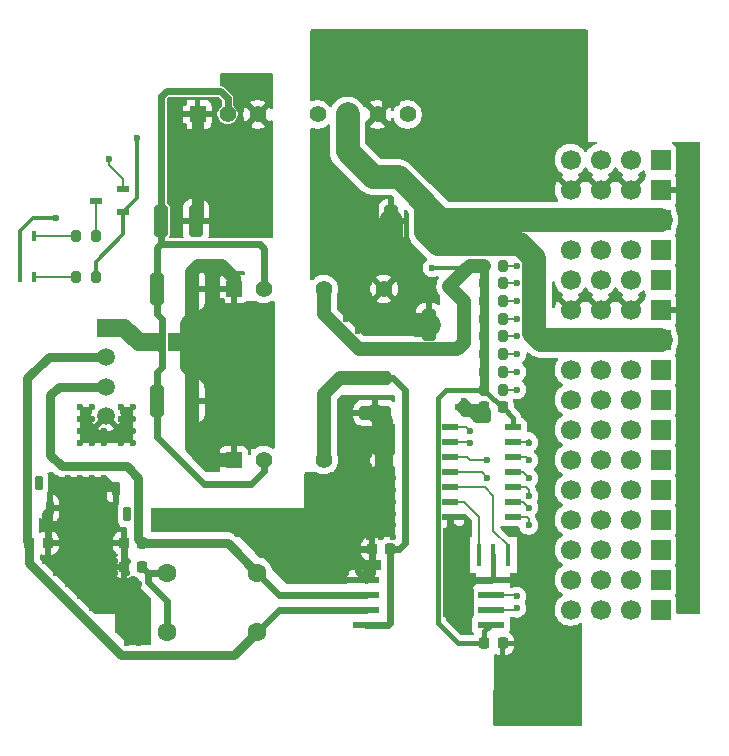
<source format=gtl>
%TF.GenerationSoftware,KiCad,Pcbnew,9.0.4*%
%TF.CreationDate,2025-09-15T13:59:10+09:00*%
%TF.ProjectId,CAN_Isolation_mini,43414e5f-4973-46f6-9c61-74696f6e5f6d,Ver.1.0*%
%TF.SameCoordinates,Original*%
%TF.FileFunction,Copper,L1,Top*%
%TF.FilePolarity,Positive*%
%FSLAX46Y46*%
G04 Gerber Fmt 4.6, Leading zero omitted, Abs format (unit mm)*
G04 Created by KiCad (PCBNEW 9.0.4) date 2025-09-15 13:59:10*
%MOMM*%
%LPD*%
G01*
G04 APERTURE LIST*
G04 Aperture macros list*
%AMRoundRect*
0 Rectangle with rounded corners*
0 $1 Rounding radius*
0 $2 $3 $4 $5 $6 $7 $8 $9 X,Y pos of 4 corners*
0 Add a 4 corners polygon primitive as box body*
4,1,4,$2,$3,$4,$5,$6,$7,$8,$9,$2,$3,0*
0 Add four circle primitives for the rounded corners*
1,1,$1+$1,$2,$3*
1,1,$1+$1,$4,$5*
1,1,$1+$1,$6,$7*
1,1,$1+$1,$8,$9*
0 Add four rect primitives between the rounded corners*
20,1,$1+$1,$2,$3,$4,$5,0*
20,1,$1+$1,$4,$5,$6,$7,0*
20,1,$1+$1,$6,$7,$8,$9,0*
20,1,$1+$1,$8,$9,$2,$3,0*%
G04 Aperture macros list end*
%TA.AperFunction,SMDPad,CuDef*%
%ADD10RoundRect,0.225000X-0.225000X-0.250000X0.225000X-0.250000X0.225000X0.250000X-0.225000X0.250000X0*%
%TD*%
%TA.AperFunction,SMDPad,CuDef*%
%ADD11RoundRect,0.200000X-0.200000X-0.275000X0.200000X-0.275000X0.200000X0.275000X-0.200000X0.275000X0*%
%TD*%
%TA.AperFunction,SMDPad,CuDef*%
%ADD12R,2.253927X0.622132*%
%TD*%
%TA.AperFunction,ComponentPad*%
%ADD13R,1.700000X1.700000*%
%TD*%
%TA.AperFunction,ComponentPad*%
%ADD14C,1.700000*%
%TD*%
%TA.AperFunction,ComponentPad*%
%ADD15R,1.508000X1.508000*%
%TD*%
%TA.AperFunction,ComponentPad*%
%ADD16C,1.508000*%
%TD*%
%TA.AperFunction,SMDPad,CuDef*%
%ADD17R,0.690000X0.320000*%
%TD*%
%TA.AperFunction,SMDPad,CuDef*%
%ADD18R,1.000000X1.600000*%
%TD*%
%TA.AperFunction,SMDPad,CuDef*%
%ADD19RoundRect,0.250000X-0.325000X-1.100000X0.325000X-1.100000X0.325000X1.100000X-0.325000X1.100000X0*%
%TD*%
%TA.AperFunction,ComponentPad*%
%ADD20C,1.600000*%
%TD*%
%TA.AperFunction,SMDPad,CuDef*%
%ADD21R,1.016000X0.558800*%
%TD*%
%TA.AperFunction,SMDPad,CuDef*%
%ADD22RoundRect,0.075000X0.225000X-0.540000X0.225000X0.540000X-0.225000X0.540000X-0.225000X-0.540000X0*%
%TD*%
%TA.AperFunction,SMDPad,CuDef*%
%ADD23R,0.393700X0.812800*%
%TD*%
%TA.AperFunction,ComponentPad*%
%ADD24R,1.397000X1.397000*%
%TD*%
%TA.AperFunction,ComponentPad*%
%ADD25C,1.397000*%
%TD*%
%TA.AperFunction,SMDPad,CuDef*%
%ADD26R,1.397000X0.558800*%
%TD*%
%TA.AperFunction,SMDPad,CuDef*%
%ADD27RoundRect,0.225000X0.225000X0.250000X-0.225000X0.250000X-0.225000X-0.250000X0.225000X-0.250000X0*%
%TD*%
%TA.AperFunction,SMDPad,CuDef*%
%ADD28RoundRect,0.250000X0.325000X1.100000X-0.325000X1.100000X-0.325000X-1.100000X0.325000X-1.100000X0*%
%TD*%
%TA.AperFunction,SMDPad,CuDef*%
%ADD29R,0.400000X1.900000*%
%TD*%
%TA.AperFunction,SMDPad,CuDef*%
%ADD30RoundRect,0.250000X-1.100000X0.325000X-1.100000X-0.325000X1.100000X-0.325000X1.100000X0.325000X0*%
%TD*%
%TA.AperFunction,SMDPad,CuDef*%
%ADD31RoundRect,0.075000X-0.225000X0.540000X-0.225000X-0.540000X0.225000X-0.540000X0.225000X0.540000X0*%
%TD*%
%TA.AperFunction,ViaPad*%
%ADD32C,0.600000*%
%TD*%
%TA.AperFunction,Conductor*%
%ADD33C,2.000000*%
%TD*%
%TA.AperFunction,Conductor*%
%ADD34C,0.600000*%
%TD*%
%TA.AperFunction,Conductor*%
%ADD35C,1.500000*%
%TD*%
%TA.AperFunction,Conductor*%
%ADD36C,0.400000*%
%TD*%
%TA.AperFunction,Conductor*%
%ADD37C,1.200000*%
%TD*%
%TA.AperFunction,Conductor*%
%ADD38C,1.100000*%
%TD*%
%TA.AperFunction,Conductor*%
%ADD39C,1.000000*%
%TD*%
%TA.AperFunction,Conductor*%
%ADD40C,0.800000*%
%TD*%
%TA.AperFunction,Conductor*%
%ADD41C,0.200000*%
%TD*%
%TA.AperFunction,Conductor*%
%ADD42C,0.300000*%
%TD*%
G04 APERTURE END LIST*
D10*
%TO.P,C7,1*%
%TO.N,GND_VP*%
X129882095Y-100294905D03*
%TO.P,C7,2*%
%TO.N,+3.3VP*%
X131432095Y-100294905D03*
%TD*%
D11*
%TO.P,R9,1*%
%TO.N,Net-(LED1-Pad1)*%
X95332095Y-89294905D03*
%TO.P,R9,2*%
%TO.N,GND_VP*%
X96982095Y-89294905D03*
%TD*%
D12*
%TO.P,U2,1,VCC1*%
%TO.N,+3.3VP*%
X130457618Y-118699905D03*
%TO.P,U2,2,TXD*%
%TO.N,Net-(U1-TXCAN)*%
X130457618Y-117429905D03*
%TO.P,U2,3,RXD*%
%TO.N,Net-(U1-RXCAN)*%
X130457618Y-116159905D03*
%TO.P,U2,4,GND1*%
%TO.N,GND_VP*%
X130457618Y-114889905D03*
%TO.P,U2,5,GND2*%
%TO.N,GND_5VCAN*%
X119856572Y-114889905D03*
%TO.P,U2,6,CANL*%
%TO.N,CAN_L*%
X119856572Y-116159905D03*
%TO.P,U2,7,CANH*%
%TO.N,CAN_H*%
X119856572Y-117429905D03*
%TO.P,U2,8,VCC2*%
%TO.N,+5VCAN*%
X119856572Y-118699905D03*
%TD*%
D13*
%TO.P,J6,1,Pin_1*%
%TO.N,unconnected-(J6-Pin_1-Pad1)*%
X144810000Y-89500000D03*
D14*
%TO.P,J6,2,Pin_2*%
%TO.N,unconnected-(J6-Pin_2-Pad2)*%
X142270000Y-89500000D03*
%TO.P,J6,3,Pin_3*%
%TO.N,unconnected-(J6-Pin_3-Pad3)*%
X139730000Y-89500000D03*
%TO.P,J6,4,Pin_4*%
%TO.N,unconnected-(J6-Pin_4-Pad4)*%
X137190000Y-89500000D03*
%TD*%
D13*
%TO.P,J3,1,Pin_1*%
%TO.N,GND_VP*%
X144810000Y-81880000D03*
D14*
%TO.P,J3,2,Pin_2*%
X142270000Y-81880000D03*
%TO.P,J3,3,Pin_3*%
X139730000Y-81880000D03*
%TO.P,J3,4,Pin_4*%
X137190000Y-81880000D03*
%TD*%
D15*
%TO.P,J1,1,1*%
%TO.N,BAT_12V*%
X97857095Y-93544905D03*
D16*
%TO.P,J1,2,2*%
%TO.N,CAN_H*%
X97857095Y-96044905D03*
%TO.P,J1,3,3*%
%TO.N,CAN_L*%
X97857095Y-98544905D03*
%TO.P,J1,4,4*%
%TO.N,BAT_GND*%
X97857095Y-101044905D03*
%TD*%
D10*
%TO.P,C10,1*%
%TO.N,CAN_H*%
X91382095Y-111794905D03*
%TO.P,C10,2*%
%TO.N,GND_5VCAN*%
X92932095Y-111794905D03*
%TD*%
D13*
%TO.P,J8,1,Pin_1*%
%TO.N,+5VP*%
X144810000Y-94580000D03*
D14*
%TO.P,J8,2,Pin_2*%
X142270000Y-94580000D03*
%TO.P,J8,3,Pin_3*%
X139730000Y-94580000D03*
%TO.P,J8,4,Pin_4*%
X137190000Y-94580000D03*
%TD*%
D13*
%TO.P,J11,1,Pin_1*%
%TO.N,CAN_LED*%
X144810000Y-102200000D03*
D14*
%TO.P,J11,2,Pin_2*%
X142270000Y-102200000D03*
%TO.P,J11,3,Pin_3*%
X139730000Y-102200000D03*
%TO.P,J11,4,Pin_4*%
X137190000Y-102200000D03*
%TD*%
D13*
%TO.P,J17,1,Pin_1*%
%TO.N,unconnected-(J17-Pin_1-Pad1)*%
X144810000Y-117440000D03*
D14*
%TO.P,J17,2,Pin_2*%
%TO.N,unconnected-(J17-Pin_2-Pad2)*%
X142270000Y-117440000D03*
%TO.P,J17,3,Pin_3*%
%TO.N,unconnected-(J17-Pin_3-Pad3)*%
X139730000Y-117440000D03*
%TO.P,J17,4,Pin_4*%
%TO.N,unconnected-(J17-Pin_4-Pad4)*%
X137190000Y-117440000D03*
%TD*%
D17*
%TO.P,U5,1,GND*%
%TO.N,BAT_GND*%
X104677095Y-95444905D03*
%TO.P,U5,2,GND*%
X104677095Y-94794905D03*
%TO.P,U5,3,GND*%
X104677095Y-94144905D03*
%TO.P,U5,4,IN*%
%TO.N,BAT_12V*%
X102637095Y-94144905D03*
%TO.P,U5,5,IN*%
X102637095Y-94794905D03*
%TO.P,U5,6,IN*%
X102637095Y-95444905D03*
D18*
%TO.P,U5,7,GND*%
%TO.N,BAT_GND*%
X103657095Y-94794905D03*
%TD*%
D13*
%TO.P,J15,1,Pin_1*%
%TO.N,CAN_SCK*%
X144810000Y-112360000D03*
D14*
%TO.P,J15,2,Pin_2*%
X142270000Y-112360000D03*
%TO.P,J15,3,Pin_3*%
X139730000Y-112360000D03*
%TO.P,J15,4,Pin_4*%
X137190000Y-112360000D03*
%TD*%
D13*
%TO.P,J13,1,Pin_1*%
%TO.N,CAN_SDO*%
X144810000Y-107280000D03*
D14*
%TO.P,J13,2,Pin_2*%
X142270000Y-107280000D03*
%TO.P,J13,3,Pin_3*%
X139730000Y-107280000D03*
%TO.P,J13,4,Pin_4*%
X137190000Y-107280000D03*
%TD*%
D19*
%TO.P,C2,1*%
%TO.N,BAT_12V*%
X102182095Y-99794905D03*
%TO.P,C2,2*%
%TO.N,BAT_GND*%
X105132095Y-99794905D03*
%TD*%
D20*
%TO.P,R12,1*%
%TO.N,Net-(C12-Pad1)*%
X103037095Y-114294905D03*
%TO.P,R12,2*%
%TO.N,CAN_L*%
X110657095Y-114294905D03*
%TD*%
D10*
%TO.P,C5,1*%
%TO.N,+3.3VP*%
X129882095Y-120294905D03*
%TO.P,C5,2*%
%TO.N,GND_VP*%
X131432095Y-120294905D03*
%TD*%
D21*
%TO.P,U6,1*%
%TO.N,GND_VP*%
X99300095Y-83744906D03*
%TO.P,U6,2*%
%TO.N,CAN_LED*%
X99300095Y-81844904D03*
%TO.P,U6,3*%
%TO.N,Net-(R10-Pad2)*%
X97014095Y-82794905D03*
%TD*%
D13*
%TO.P,J16,1,Pin_1*%
%TO.N,unconnected-(J16-Pin_1-Pad1)*%
X144810000Y-114900000D03*
D14*
%TO.P,J16,2,Pin_2*%
%TO.N,unconnected-(J16-Pin_2-Pad2)*%
X142270000Y-114900000D03*
%TO.P,J16,3,Pin_3*%
%TO.N,unconnected-(J16-Pin_3-Pad3)*%
X139730000Y-114900000D03*
%TO.P,J16,4,Pin_4*%
%TO.N,unconnected-(J16-Pin_4-Pad4)*%
X137190000Y-114900000D03*
%TD*%
D13*
%TO.P,J7,1,Pin_1*%
%TO.N,GND_VP*%
X144810000Y-92040000D03*
D14*
%TO.P,J7,2,Pin_2*%
X142270000Y-92040000D03*
%TO.P,J7,3,Pin_3*%
X139730000Y-92040000D03*
%TO.P,J7,4,Pin_4*%
X137190000Y-92040000D03*
%TD*%
D10*
%TO.P,C11,1*%
%TO.N,GND_5VCAN*%
X99382095Y-111794905D03*
%TO.P,C11,2*%
%TO.N,CAN_L*%
X100932095Y-111794905D03*
%TD*%
D22*
%TO.P,D1,1*%
%TO.N,CAN_H*%
X91207095Y-108854905D03*
%TO.P,D1,2*%
%TO.N,GND_5VCAN*%
X93107095Y-108854905D03*
%TO.P,D1,3*%
%TO.N,unconnected-(D1-Pad3)*%
X92157095Y-106734905D03*
%TD*%
D23*
%TO.P,LED2,1*%
%TO.N,Net-(LED2-Pad1)*%
X91760345Y-85794905D03*
%TO.P,LED2,2*%
%TO.N,+3.3VP*%
X90553845Y-85794905D03*
%TD*%
D13*
%TO.P,J10,1,Pin_1*%
%TO.N,unconnected-(J10-Pin_1-Pad1)*%
X144810000Y-99660000D03*
D14*
%TO.P,J10,2,Pin_2*%
%TO.N,unconnected-(J10-Pin_2-Pad2)*%
X142270000Y-99660000D03*
%TO.P,J10,3,Pin_3*%
%TO.N,unconnected-(J10-Pin_3-Pad3)*%
X139730000Y-99660000D03*
%TO.P,J10,4,Pin_4*%
%TO.N,unconnected-(J10-Pin_4-Pad4)*%
X137190000Y-99660000D03*
%TD*%
D19*
%TO.P,C8,1*%
%TO.N,BAT_12V*%
X102525000Y-84500000D03*
%TO.P,C8,2*%
%TO.N,BAT_GND*%
X105475000Y-84500000D03*
%TD*%
D24*
%TO.P,U3,1,-VIN*%
%TO.N,BAT_GND*%
X108680095Y-90270905D03*
D25*
%TO.P,U3,2,+VIN*%
%TO.N,BAT_12V*%
X111220095Y-90270905D03*
%TO.P,U3,3,+VOUT*%
%TO.N,+3.3VP*%
X116300095Y-90270905D03*
%TO.P,U3,4,-VOUT*%
%TO.N,GND_VP*%
X121380095Y-90270905D03*
%TD*%
D24*
%TO.P,U4,1,-VIN*%
%TO.N,BAT_GND*%
X108680095Y-104770905D03*
D25*
%TO.P,U4,2,+VIN*%
%TO.N,BAT_12V*%
X111220095Y-104770905D03*
%TO.P,U4,3,+VOUT*%
%TO.N,+5VCAN*%
X116300095Y-104770905D03*
%TO.P,U4,4,-VOUT*%
%TO.N,GND_5VCAN*%
X121380095Y-104770905D03*
%TD*%
D13*
%TO.P,J9,1,Pin_1*%
%TO.N,unconnected-(J9-Pin_1-Pad1)*%
X144810000Y-97120000D03*
D14*
%TO.P,J9,2,Pin_2*%
%TO.N,unconnected-(J9-Pin_2-Pad2)*%
X142270000Y-97120000D03*
%TO.P,J9,3,Pin_3*%
%TO.N,unconnected-(J9-Pin_3-Pad3)*%
X139730000Y-97120000D03*
%TO.P,J9,4,Pin_4*%
%TO.N,unconnected-(J9-Pin_4-Pad4)*%
X137190000Y-97120000D03*
%TD*%
D11*
%TO.P,R5,1*%
%TO.N,+3.3VP*%
X129832095Y-92794905D03*
%TO.P,R5,2*%
%TO.N,CAN_GPIO0*%
X131482095Y-92794905D03*
%TD*%
%TO.P,R3,1*%
%TO.N,+3.3VP*%
X129832095Y-95794905D03*
%TO.P,R3,2*%
%TO.N,CAN_SDI*%
X131482095Y-95794905D03*
%TD*%
D26*
%TO.P,U1,1,TXCAN*%
%TO.N,Net-(U1-TXCAN)*%
X127002795Y-101984905D03*
%TO.P,U1,2,RXCAN*%
%TO.N,Net-(U1-RXCAN)*%
X127002795Y-103254905D03*
%TO.P,U1,3,CLKO/SOF*%
%TO.N,CAN_CLK*%
X127002795Y-104524905D03*
%TO.P,U1,4,\u002AINT*%
%TO.N,CAN_INT*%
X127002795Y-105794905D03*
%TO.P,U1,5,OSC2*%
%TO.N,Net-(U1-OSC2)*%
X127002795Y-107064905D03*
%TO.P,U1,6,OSC1*%
%TO.N,Net-(U1-OSC1)*%
X127002795Y-108334905D03*
%TO.P,U1,7,VSS*%
%TO.N,GND_VP*%
X127002795Y-109604905D03*
%TO.P,U1,8,\u002AINT1/GPIO1*%
%TO.N,CAN_GPIO1*%
X132311395Y-109604905D03*
%TO.P,U1,9,\u002AINT0/GPIO0/XSTBY*%
%TO.N,CAN_GPIO0*%
X132311395Y-108334905D03*
%TO.P,U1,10,SCK*%
%TO.N,CAN_SCK*%
X132311395Y-107064905D03*
%TO.P,U1,11,SDI*%
%TO.N,CAN_SDI*%
X132311395Y-105794905D03*
%TO.P,U1,12,SDO*%
%TO.N,CAN_SDO*%
X132311395Y-104524905D03*
%TO.P,U1,13,NCS*%
%TO.N,CAN_CS*%
X132311395Y-103254905D03*
%TO.P,U1,14,VDD*%
%TO.N,+3.3VP*%
X132311395Y-101984905D03*
%TD*%
D23*
%TO.P,LED1,1*%
%TO.N,Net-(LED1-Pad1)*%
X91760345Y-89294905D03*
%TO.P,LED1,2*%
%TO.N,+3.3VP*%
X90553845Y-89294905D03*
%TD*%
D24*
%TO.P,U7,1,-VIN*%
%TO.N,BAT_GND*%
X105610000Y-75500000D03*
D25*
%TO.P,U7,2,+VIN*%
%TO.N,BAT_12V*%
X108150000Y-75500000D03*
%TO.P,U7,3,RC*%
%TO.N,BAT_GND*%
X110690000Y-75500000D03*
%TO.P,U7,5,NC*%
%TO.N,unconnected-(U7-NC-Pad5)*%
X115770000Y-75500000D03*
%TO.P,U7,6,+VOUT*%
%TO.N,+5VP*%
X118310000Y-75500000D03*
%TO.P,U7,7,-VOUT*%
%TO.N,GND_VP*%
X120850000Y-75500000D03*
%TO.P,U7,8,NC*%
%TO.N,unconnected-(U7-NC-Pad8)*%
X123390000Y-75500000D03*
%TD*%
D11*
%TO.P,R2,1*%
%TO.N,+3.3VP*%
X129832095Y-97294905D03*
%TO.P,R2,2*%
%TO.N,CAN_SDO*%
X131482095Y-97294905D03*
%TD*%
D19*
%TO.P,C1,1*%
%TO.N,BAT_12V*%
X102182095Y-90294905D03*
%TO.P,C1,2*%
%TO.N,BAT_GND*%
X105132095Y-90294905D03*
%TD*%
D27*
%TO.P,C6,1*%
%TO.N,+5VCAN*%
X121932095Y-112294905D03*
%TO.P,C6,2*%
%TO.N,GND_5VCAN*%
X120382095Y-112294905D03*
%TD*%
%TO.P,C12,1*%
%TO.N,Net-(C12-Pad1)*%
X100932095Y-113794905D03*
%TO.P,C12,2*%
%TO.N,GND_5VCAN*%
X99382095Y-113794905D03*
%TD*%
D20*
%TO.P,R11,1*%
%TO.N,CAN_H*%
X110657095Y-119294905D03*
%TO.P,R11,2*%
%TO.N,Net-(C12-Pad1)*%
X103037095Y-119294905D03*
%TD*%
D28*
%TO.P,C3,1*%
%TO.N,+3.3VP*%
X128132095Y-93294905D03*
%TO.P,C3,2*%
%TO.N,GND_VP*%
X125182095Y-93294905D03*
%TD*%
D13*
%TO.P,J2,1,Pin_1*%
%TO.N,unconnected-(J2-Pin_1-Pad1)*%
X144810000Y-79340000D03*
D14*
%TO.P,J2,2,Pin_2*%
%TO.N,unconnected-(J2-Pin_2-Pad2)*%
X142270000Y-79340000D03*
%TO.P,J2,3,Pin_3*%
%TO.N,unconnected-(J2-Pin_3-Pad3)*%
X139730000Y-79340000D03*
%TO.P,J2,4,Pin_4*%
%TO.N,unconnected-(J2-Pin_4-Pad4)*%
X137190000Y-79340000D03*
%TD*%
D13*
%TO.P,J5,1,Pin_1*%
%TO.N,unconnected-(J5-Pin_1-Pad1)*%
X144810000Y-86960000D03*
D14*
%TO.P,J5,2,Pin_2*%
%TO.N,unconnected-(J5-Pin_2-Pad2)*%
X142270000Y-86960000D03*
%TO.P,J5,3,Pin_3*%
%TO.N,unconnected-(J5-Pin_3-Pad3)*%
X139730000Y-86960000D03*
%TO.P,J5,4,Pin_4*%
%TO.N,unconnected-(J5-Pin_4-Pad4)*%
X137190000Y-86960000D03*
%TD*%
D29*
%TO.P,Y1,1*%
%TO.N,Net-(U1-OSC2)*%
X131857095Y-112794905D03*
%TO.P,Y1,2*%
%TO.N,GND_VP*%
X130657095Y-112794905D03*
%TO.P,Y1,3*%
%TO.N,Net-(U1-OSC1)*%
X129457095Y-112794905D03*
%TD*%
D30*
%TO.P,C4,1*%
%TO.N,+5VCAN*%
X120657095Y-97819905D03*
%TO.P,C4,2*%
%TO.N,GND_5VCAN*%
X120657095Y-100769905D03*
%TD*%
D28*
%TO.P,C9,1*%
%TO.N,+5VP*%
X124975000Y-84500000D03*
%TO.P,C9,2*%
%TO.N,GND_VP*%
X122025000Y-84500000D03*
%TD*%
D31*
%TO.P,D2,1*%
%TO.N,CAN_L*%
X100607095Y-107234905D03*
%TO.P,D2,2*%
%TO.N,GND_5VCAN*%
X98707095Y-107234905D03*
%TO.P,D2,3*%
%TO.N,unconnected-(D2-Pad3)*%
X99657095Y-109354905D03*
%TD*%
D13*
%TO.P,J14,1,Pin_1*%
%TO.N,CAN_SDI*%
X144810000Y-109820000D03*
D14*
%TO.P,J14,2,Pin_2*%
X142270000Y-109820000D03*
%TO.P,J14,3,Pin_3*%
X139730000Y-109820000D03*
%TO.P,J14,4,Pin_4*%
X137190000Y-109820000D03*
%TD*%
D13*
%TO.P,J4,1,Pin_1*%
%TO.N,+5VP*%
X144810000Y-84420000D03*
D14*
%TO.P,J4,2,Pin_2*%
X142270000Y-84420000D03*
%TO.P,J4,3,Pin_3*%
X139730000Y-84420000D03*
%TO.P,J4,4,Pin_4*%
X137190000Y-84420000D03*
%TD*%
D13*
%TO.P,J12,1,Pin_1*%
%TO.N,CAN_CS*%
X144810000Y-104740000D03*
D14*
%TO.P,J12,2,Pin_2*%
X142270000Y-104740000D03*
%TO.P,J12,3,Pin_3*%
X139730000Y-104740000D03*
%TO.P,J12,4,Pin_4*%
X137190000Y-104740000D03*
%TD*%
D11*
%TO.P,R10,1*%
%TO.N,Net-(LED2-Pad1)*%
X95332095Y-85794905D03*
%TO.P,R10,2*%
%TO.N,Net-(R10-Pad2)*%
X96982095Y-85794905D03*
%TD*%
%TO.P,R6,1*%
%TO.N,+3.3VP*%
X129832095Y-91294905D03*
%TO.P,R6,2*%
%TO.N,CAN_GPIO1*%
X131482095Y-91294905D03*
%TD*%
%TO.P,R1,1*%
%TO.N,+3.3VP*%
X129832095Y-98794905D03*
%TO.P,R1,2*%
%TO.N,CAN_CS*%
X131482095Y-98794905D03*
%TD*%
%TO.P,R7,1*%
%TO.N,+3.3VP*%
X129832095Y-88294905D03*
%TO.P,R7,2*%
%TO.N,CAN_CLK*%
X131482095Y-88294905D03*
%TD*%
%TO.P,R8,1*%
%TO.N,+3.3VP*%
X129832095Y-89794905D03*
%TO.P,R8,2*%
%TO.N,CAN_INT*%
X131482095Y-89794905D03*
%TD*%
%TO.P,R4,1*%
%TO.N,+3.3VP*%
X129832095Y-94294905D03*
%TO.P,R4,2*%
%TO.N,CAN_SCK*%
X131482095Y-94294905D03*
%TD*%
D32*
%TO.N,+5VP*%
X120500000Y-80810000D03*
X121500000Y-80810000D03*
X122500000Y-80810000D03*
X123162500Y-81337500D03*
X123662500Y-81837500D03*
X124162500Y-82337500D03*
%TO.N,BAT_GND*%
X110657095Y-94270905D03*
X109657095Y-99294905D03*
X107657095Y-92294905D03*
X111657095Y-94294905D03*
X106657095Y-98294905D03*
X108000000Y-84500000D03*
X99157095Y-101294905D03*
X108657095Y-95294905D03*
X110000000Y-76500000D03*
X107657095Y-90294905D03*
X106657095Y-95294905D03*
X106657095Y-94294905D03*
X107000000Y-80500000D03*
X111000000Y-83500000D03*
X109657095Y-95294905D03*
X107657095Y-97294905D03*
X108657095Y-100294905D03*
X111000000Y-80500000D03*
X103500000Y-79500000D03*
X103500000Y-77500000D03*
X99157095Y-102294905D03*
X108657095Y-92294905D03*
X95657095Y-100294905D03*
X109657095Y-102294905D03*
X108657095Y-93294905D03*
X107657095Y-103294905D03*
X100157095Y-100294905D03*
X106657095Y-90294905D03*
X109657095Y-101294905D03*
X107657095Y-93294905D03*
X96657095Y-103294905D03*
X97657095Y-102294905D03*
X106657095Y-97294905D03*
X110000000Y-84500000D03*
X108657095Y-102294905D03*
X107000000Y-79500000D03*
X108657095Y-103294905D03*
X107000000Y-84500000D03*
X103500000Y-80500000D03*
X110657095Y-97294905D03*
X109000000Y-84500000D03*
X110657095Y-93294905D03*
X108000000Y-79500000D03*
X95657095Y-103294905D03*
X107000000Y-85500000D03*
X108000000Y-85500000D03*
X110000000Y-85500000D03*
X108657095Y-96294905D03*
X104000000Y-84500000D03*
X111657095Y-99294905D03*
X95657095Y-101294905D03*
X109000000Y-78500000D03*
X110657095Y-100294905D03*
X96657095Y-102294905D03*
X108000000Y-78500000D03*
X104500000Y-80500000D03*
X111657095Y-100294905D03*
X110000000Y-81500000D03*
X109657095Y-100294905D03*
X110000000Y-78500000D03*
X111657095Y-93294905D03*
X107657095Y-99294905D03*
X108657095Y-98294905D03*
X104500000Y-77500000D03*
X108657095Y-97294905D03*
X110000000Y-77500000D03*
X109657095Y-98294905D03*
X110657095Y-95294905D03*
X107657095Y-95294905D03*
X109000000Y-85500000D03*
X108000000Y-82500000D03*
X111000000Y-85500000D03*
X111000000Y-84500000D03*
X103500000Y-78500000D03*
X99157095Y-100294905D03*
X110000000Y-83500000D03*
X104500000Y-75500000D03*
X107000000Y-74500000D03*
X106657095Y-100294905D03*
X111657095Y-95294905D03*
X109000000Y-83500000D03*
X96657095Y-100294905D03*
X104000000Y-85500000D03*
X103500000Y-74500000D03*
X108657095Y-94294905D03*
X111657095Y-102294905D03*
X108657095Y-101294905D03*
X109000000Y-77500000D03*
X107657095Y-100294905D03*
X106657095Y-92294905D03*
X109657095Y-93294905D03*
X109657095Y-92294905D03*
X100157095Y-101294905D03*
X109657095Y-103294905D03*
X107657095Y-101294905D03*
X111657095Y-92294905D03*
X104000000Y-83500000D03*
X111000000Y-82500000D03*
X107657095Y-102294905D03*
X107000000Y-78500000D03*
X109000000Y-80500000D03*
X103500000Y-75500000D03*
X109657095Y-97294905D03*
X109000000Y-81500000D03*
X104500000Y-79500000D03*
X110657095Y-101294905D03*
X109000000Y-76500000D03*
X110657095Y-99294905D03*
X110000000Y-80500000D03*
X104500000Y-81500000D03*
X96657095Y-101294905D03*
X104500000Y-76500000D03*
X107000000Y-77500000D03*
X104500000Y-78500000D03*
X110657095Y-92294905D03*
X111000000Y-79500000D03*
X99157095Y-103294905D03*
X110657095Y-96294905D03*
X107657095Y-98294905D03*
X109657095Y-94294905D03*
X110000000Y-79500000D03*
X95657095Y-102294905D03*
X111657095Y-103294905D03*
X111000000Y-77500000D03*
X106657095Y-102294905D03*
X110657095Y-102294905D03*
X109000000Y-79500000D03*
X111657095Y-98294905D03*
X110657095Y-98294905D03*
X106657095Y-99294905D03*
X107657095Y-94294905D03*
X108000000Y-81500000D03*
X107000000Y-82500000D03*
X104500000Y-82500000D03*
X111657095Y-101294905D03*
X104500000Y-74500000D03*
X107000000Y-83500000D03*
X108657095Y-99294905D03*
X111657095Y-97294905D03*
X106657095Y-101294905D03*
X108000000Y-77500000D03*
X106657095Y-103294905D03*
X109657095Y-96294905D03*
X110000000Y-82500000D03*
X100157095Y-103294905D03*
X111000000Y-81500000D03*
X107657095Y-91294905D03*
X110657095Y-103294905D03*
X106657095Y-96294905D03*
X97657095Y-103294905D03*
X103500000Y-81500000D03*
X111657095Y-96294905D03*
X108000000Y-80500000D03*
X106657095Y-93294905D03*
X103500000Y-76500000D03*
X111000000Y-78500000D03*
X108000000Y-83500000D03*
X107000000Y-76500000D03*
X107657095Y-96294905D03*
X100157095Y-102294905D03*
X107000000Y-81500000D03*
X106657095Y-91294905D03*
X109000000Y-82500000D03*
%TO.N,GND_5VCAN*%
X120157095Y-107294905D03*
X113157095Y-114294905D03*
X111157095Y-109294905D03*
X118157095Y-114294905D03*
X97657095Y-114294905D03*
X115157095Y-109294905D03*
X96657095Y-109294905D03*
X107157095Y-110294905D03*
X116157095Y-108294905D03*
X95657095Y-111294905D03*
X122157095Y-106294905D03*
X97657095Y-113294905D03*
X122157095Y-111294905D03*
X97657095Y-117294905D03*
X120157095Y-109294905D03*
X93657095Y-113294905D03*
X95657095Y-112294905D03*
X97657095Y-108294905D03*
X121157095Y-106294905D03*
X117157095Y-109294905D03*
X108157095Y-109294905D03*
X118157095Y-111294905D03*
X94657095Y-110294905D03*
X122157095Y-107294905D03*
X118157095Y-112294905D03*
X108157095Y-110294905D03*
X118157095Y-102294905D03*
X120157095Y-102294905D03*
X97657095Y-109294905D03*
X106157095Y-109294905D03*
X113157095Y-112294905D03*
X122157095Y-110294905D03*
X95657095Y-114294905D03*
X113157095Y-109294905D03*
X96657095Y-110294905D03*
X97657095Y-106294905D03*
X96657095Y-115294905D03*
X96657095Y-113294905D03*
X103157095Y-109294905D03*
X119157095Y-113294905D03*
X119157095Y-102294905D03*
X96657095Y-117294905D03*
X117157095Y-114294905D03*
X102157095Y-109294905D03*
X114157095Y-109294905D03*
X99657095Y-116294905D03*
X94657095Y-114294905D03*
X100657095Y-115294905D03*
X114157095Y-114294905D03*
X100657095Y-117294905D03*
X93657095Y-110294905D03*
X115157095Y-112294905D03*
X94657095Y-109294905D03*
X121157095Y-108294905D03*
X114157095Y-111294905D03*
X95657095Y-113294905D03*
X98657095Y-117294905D03*
X120157095Y-106294905D03*
X119157095Y-108294905D03*
X114157095Y-110294905D03*
X99657095Y-115294905D03*
X112157095Y-110294905D03*
X111157095Y-112294905D03*
X96657095Y-111294905D03*
X99657095Y-113294905D03*
X109157095Y-109294905D03*
X121157095Y-109294905D03*
X100657095Y-119294905D03*
X96657095Y-114294905D03*
X120157095Y-105294905D03*
X96657095Y-107294905D03*
X115157095Y-107294905D03*
X121157095Y-111294905D03*
X117157095Y-111294905D03*
X96657095Y-116294905D03*
X94657095Y-108294905D03*
X111157095Y-111294905D03*
X117157095Y-113294905D03*
X116157095Y-111294905D03*
X95657095Y-115294905D03*
X112157095Y-112294905D03*
X115157095Y-106294905D03*
X100657095Y-120294905D03*
X97657095Y-111294905D03*
X97657095Y-110294905D03*
X105157095Y-109294905D03*
X114157095Y-113294905D03*
X114157095Y-112294905D03*
X94657095Y-113294905D03*
X122157095Y-109294905D03*
X99657095Y-114294905D03*
X93657095Y-106294905D03*
X121157095Y-110294905D03*
X120157095Y-108294905D03*
X120157095Y-110294905D03*
X118157095Y-103294905D03*
X112157095Y-109294905D03*
X119157095Y-104294905D03*
X95657095Y-109294905D03*
X118157095Y-107294905D03*
X93657095Y-107294905D03*
X104157095Y-109294905D03*
X122157095Y-108294905D03*
X113157095Y-111294905D03*
X118157095Y-104294905D03*
X113157095Y-110294905D03*
X117157095Y-108294905D03*
X105157095Y-110294905D03*
X100657095Y-118294905D03*
X119157095Y-110294905D03*
X119157095Y-109294905D03*
X102157095Y-110294905D03*
X95657095Y-106294905D03*
X120157095Y-104294905D03*
X97657095Y-112294905D03*
X117157095Y-107294905D03*
X98657095Y-109294905D03*
X95657095Y-107294905D03*
X98657095Y-110294905D03*
X94657095Y-106294905D03*
X99657095Y-118294905D03*
X115157095Y-114294905D03*
X100657095Y-116294905D03*
X103157095Y-110294905D03*
X94657095Y-112294905D03*
X116157095Y-113294905D03*
X92657095Y-110294905D03*
X99657095Y-119294905D03*
X96657095Y-112294905D03*
X118157095Y-113294905D03*
X116157095Y-109294905D03*
X116157095Y-110294905D03*
X119157095Y-106294905D03*
X121157095Y-107294905D03*
X107157095Y-109294905D03*
X92657095Y-113294905D03*
X111157095Y-110294905D03*
X96657095Y-108294905D03*
X97657095Y-107294905D03*
X98657095Y-114294905D03*
X119157095Y-107294905D03*
X118157095Y-106294905D03*
X94657095Y-115294905D03*
X110157095Y-109294905D03*
X110157095Y-111294905D03*
X120157095Y-111294905D03*
X118157095Y-109294905D03*
X99657095Y-117294905D03*
X109157095Y-110294905D03*
X115157095Y-108294905D03*
X95657095Y-116294905D03*
X115157095Y-113294905D03*
X119157095Y-111294905D03*
X93657095Y-114294905D03*
X116157095Y-106294905D03*
X94657095Y-111294905D03*
X117157095Y-112294905D03*
X116157095Y-107294905D03*
X116157095Y-114294905D03*
X120157095Y-103294905D03*
X118157095Y-105294905D03*
X99657095Y-120294905D03*
X119157095Y-112294905D03*
X117157095Y-110294905D03*
X98657095Y-115294905D03*
X118157095Y-110294905D03*
X97657095Y-115294905D03*
X117157095Y-106294905D03*
X113157095Y-113294905D03*
X94657095Y-107294905D03*
X115157095Y-111294905D03*
X104157095Y-110294905D03*
X98657095Y-116294905D03*
X119157095Y-103294905D03*
X118157095Y-108294905D03*
X98657095Y-113294905D03*
X112157095Y-111294905D03*
X106157095Y-110294905D03*
X116157095Y-112294905D03*
X115157095Y-110294905D03*
X95657095Y-110294905D03*
X119157095Y-105294905D03*
X110157095Y-110294905D03*
X95657095Y-108294905D03*
X96657095Y-106294905D03*
X97657095Y-116294905D03*
%TO.N,CAN_CS*%
X133657095Y-103294905D03*
X132657095Y-98794905D03*
%TO.N,CAN_SDO*%
X133657095Y-104794905D03*
X132657095Y-97294905D03*
%TO.N,CAN_SDI*%
X133657095Y-106294905D03*
X132657095Y-95794905D03*
%TO.N,CAN_SCK*%
X132657095Y-94294905D03*
X133657095Y-107794905D03*
%TO.N,CAN_GPIO0*%
X132657095Y-92794905D03*
X133657095Y-108794905D03*
%TO.N,CAN_GPIO1*%
X133657095Y-110294905D03*
X132657095Y-91294905D03*
%TO.N,CAN_CLK*%
X130157095Y-104794905D03*
X132657095Y-88294905D03*
%TO.N,CAN_INT*%
X132657095Y-89794905D03*
X130157095Y-106294905D03*
%TO.N,Net-(U1-RXCAN)*%
X128657095Y-103294905D03*
X132657095Y-116294905D03*
%TO.N,Net-(U1-TXCAN)*%
X128657095Y-102294905D03*
X132657095Y-117294905D03*
%TO.N,CAN_LED*%
X98157095Y-79294905D03*
%TO.N,GND_VP*%
X122157095Y-92794905D03*
X125500000Y-79000000D03*
X119157095Y-93794905D03*
X121157095Y-87794905D03*
X133000000Y-77000000D03*
X123157095Y-93794905D03*
X127657095Y-115794905D03*
X122157095Y-88794905D03*
X125500000Y-75500000D03*
X118157095Y-91794905D03*
X126657095Y-116794905D03*
X120157095Y-92794905D03*
X130157095Y-101294905D03*
X134000000Y-120000000D03*
X128657095Y-115794905D03*
X128657095Y-100294905D03*
X122500000Y-79000000D03*
X120500000Y-73500000D03*
X122157095Y-93794905D03*
X121157095Y-91794905D03*
X128157095Y-100794905D03*
X124500000Y-78000000D03*
X121500000Y-79000000D03*
X123157095Y-89794905D03*
X127657095Y-114794905D03*
X126657095Y-115794905D03*
X121500000Y-73500000D03*
X124500000Y-80000000D03*
X125500000Y-74500000D03*
X128157095Y-99794905D03*
X127657095Y-112794905D03*
X120157095Y-87794905D03*
X126657095Y-110794905D03*
X127657095Y-100294905D03*
X100500000Y-77500000D03*
X134000000Y-121000000D03*
X123500000Y-73500000D03*
X120157095Y-88794905D03*
X119157095Y-89794905D03*
X123500000Y-77000000D03*
X122500000Y-74500000D03*
X120500000Y-78000000D03*
X123157095Y-88794905D03*
X127657095Y-116794905D03*
X119157095Y-90794905D03*
X124500000Y-79000000D03*
X127657095Y-110794905D03*
X120500000Y-77000000D03*
X119157095Y-92794905D03*
X118157095Y-88794905D03*
X122157095Y-87794905D03*
X125500000Y-73500000D03*
X121157095Y-93794905D03*
X118157095Y-89794905D03*
X127657095Y-111794905D03*
X125500000Y-80000000D03*
X133000000Y-121000000D03*
X132000000Y-122000000D03*
X122500000Y-77000000D03*
X127657095Y-113794905D03*
X137000000Y-77000000D03*
X118157095Y-92794905D03*
X124500000Y-74500000D03*
X122157095Y-91794905D03*
X122500000Y-73500000D03*
X133000000Y-120000000D03*
X119157095Y-91794905D03*
X121157095Y-88794905D03*
X134000000Y-122000000D03*
X131000000Y-77000000D03*
X123157095Y-92794905D03*
X121500000Y-77000000D03*
X121500000Y-78000000D03*
X126657095Y-112794905D03*
X118157095Y-90794905D03*
X134000000Y-77000000D03*
X133000000Y-122000000D03*
X126657095Y-113794905D03*
X130000000Y-77000000D03*
X124500000Y-77000000D03*
X123157095Y-91794905D03*
X121500000Y-74500000D03*
X120157095Y-90794905D03*
X127657095Y-117794905D03*
X120157095Y-91794905D03*
X121157095Y-92794905D03*
X126657095Y-111794905D03*
X118157095Y-87794905D03*
X136000000Y-77000000D03*
X128657095Y-117794905D03*
X132000000Y-77000000D03*
X120157095Y-93794905D03*
X119157095Y-88794905D03*
X129157095Y-101294905D03*
X135000000Y-77000000D03*
X124500000Y-73500000D03*
X123500000Y-79000000D03*
X123157095Y-87794905D03*
X126657095Y-117794905D03*
X125500000Y-78000000D03*
X119157095Y-87794905D03*
X128657095Y-116794905D03*
X125500000Y-77000000D03*
X126657095Y-114794905D03*
X123157095Y-90794905D03*
X120157095Y-89794905D03*
X123500000Y-78000000D03*
X122500000Y-78000000D03*
X138000000Y-77000000D03*
%TO.N,+3.3VP*%
X125500000Y-88500000D03*
X93657095Y-84294905D03*
%TD*%
D33*
%TO.N,+5VP*%
X121500000Y-80810000D02*
X122500000Y-80810000D01*
X122500000Y-80810000D02*
X122635000Y-80810000D01*
X123162500Y-81337500D02*
X123662500Y-81837500D01*
X123662500Y-81837500D02*
X124162500Y-82337500D01*
X124162500Y-82337500D02*
X124975000Y-83150000D01*
D34*
%TO.N,BAT_12V*%
X102525000Y-86427000D02*
X102525000Y-84500000D01*
X102182095Y-102819905D02*
X106157095Y-106794905D01*
X102525000Y-84500000D02*
X102525000Y-73975000D01*
X103000000Y-73500000D02*
X107500000Y-73500000D01*
D35*
X97857095Y-93544905D02*
X99407095Y-93544905D01*
D34*
X102637095Y-94144905D02*
X102637095Y-95444905D01*
X111220095Y-105731905D02*
X111220095Y-104770905D01*
X108150000Y-74150000D02*
X108150000Y-75500000D01*
X110157095Y-106794905D02*
X111220095Y-105731905D01*
X102182095Y-99794905D02*
X102182095Y-102819905D01*
X110862190Y-86500000D02*
X111220095Y-86857905D01*
X102637095Y-95444905D02*
X102637095Y-96864905D01*
X102182095Y-97319905D02*
X102182095Y-99794905D01*
D35*
X100657095Y-94794905D02*
X102206095Y-94794905D01*
D34*
X102182095Y-86769905D02*
X102525000Y-86427000D01*
X107500000Y-73500000D02*
X108150000Y-74150000D01*
X102452000Y-86500000D02*
X110862190Y-86500000D01*
D35*
X99407095Y-93544905D02*
X100657095Y-94794905D01*
D34*
X102182095Y-90294905D02*
X102182095Y-86769905D01*
X102182095Y-86769905D02*
X102452000Y-86500000D01*
X102637095Y-96864905D02*
X102182095Y-97319905D01*
X102525000Y-73975000D02*
X103000000Y-73500000D01*
X102637095Y-92814905D02*
X102182095Y-92359905D01*
X102637095Y-94144905D02*
X102637095Y-92814905D01*
X106157095Y-106794905D02*
X110157095Y-106794905D01*
X102182095Y-92359905D02*
X102182095Y-90294905D01*
X111220095Y-86857905D02*
X111220095Y-90270905D01*
D36*
%TO.N,BAT_GND*%
X104307095Y-94144905D02*
X103657095Y-94794905D01*
D37*
X105132095Y-97319905D02*
X104677095Y-96864905D01*
X104677095Y-94144905D02*
X104677095Y-95444905D01*
D36*
X104677095Y-94794905D02*
X103657095Y-94794905D01*
D38*
X104677095Y-94144905D02*
X104677095Y-94794905D01*
D37*
X105132095Y-103769905D02*
X106133095Y-104770905D01*
X105132095Y-88819905D02*
X105657095Y-88294905D01*
X104677095Y-93224905D02*
X104677095Y-94144905D01*
X107657095Y-88294905D02*
X108680095Y-89317905D01*
D38*
X104677095Y-94794905D02*
X104677095Y-95444905D01*
D37*
X105132095Y-99794905D02*
X105132095Y-103769905D01*
D36*
X97857095Y-101044905D02*
X97857095Y-101094905D01*
D37*
X105132095Y-97319905D02*
X105132095Y-99794905D01*
D36*
X104677095Y-95444905D02*
X104307095Y-95444905D01*
X104307095Y-95444905D02*
X103657095Y-94794905D01*
D37*
X108680095Y-89317905D02*
X108680095Y-90270905D01*
X105132095Y-92769905D02*
X104677095Y-93224905D01*
D36*
X104677095Y-94144905D02*
X104307095Y-94144905D01*
D37*
X105132095Y-92769905D02*
X105132095Y-90294905D01*
X104677095Y-96864905D02*
X104677095Y-95444905D01*
D39*
X105610000Y-75500000D02*
X105610000Y-84365000D01*
D37*
X105657095Y-88294905D02*
X107657095Y-88294905D01*
X106133095Y-104770905D02*
X108680095Y-104770905D01*
X105132095Y-90294905D02*
X105132095Y-88819905D01*
D34*
%TO.N,GND_5VCAN*%
X98597095Y-107234905D02*
X97657095Y-106294905D01*
X119157095Y-113294905D02*
X119157095Y-114190428D01*
X99382095Y-111794905D02*
X99382095Y-113019905D01*
X92932095Y-111794905D02*
X92932095Y-110569905D01*
D35*
X121380095Y-104770905D02*
X121380095Y-105517905D01*
D34*
X120382095Y-112294905D02*
X120382095Y-114364382D01*
D35*
X121380095Y-104770905D02*
X121380095Y-101492905D01*
D34*
X120382095Y-112294905D02*
X119157095Y-112294905D01*
X92657095Y-110294905D02*
X93657095Y-110294905D01*
X120382095Y-114364382D02*
X119856572Y-114889905D01*
X119157095Y-114190428D02*
X119856572Y-114889905D01*
D35*
X121380095Y-101492905D02*
X120657095Y-100769905D01*
D34*
X92657095Y-110294905D02*
X92657095Y-109304905D01*
X92932095Y-110569905D02*
X92657095Y-110294905D01*
X92657095Y-109304905D02*
X93107095Y-108854905D01*
X99382095Y-113019905D02*
X99657095Y-113294905D01*
%TO.N,+5VCAN*%
X122657095Y-112294905D02*
X123157095Y-111794905D01*
X123157095Y-98794905D02*
X122182095Y-97819905D01*
D37*
X116300095Y-103151905D02*
X116300095Y-99151905D01*
D34*
X121932095Y-112294905D02*
X122657095Y-112294905D01*
X122182095Y-97819905D02*
X120657095Y-97819905D01*
D37*
X116300095Y-104770905D02*
X116300095Y-103151905D01*
D34*
X123157095Y-111794905D02*
X123157095Y-98794905D01*
D37*
X116300095Y-99151905D02*
X117632095Y-97819905D01*
X117632095Y-97819905D02*
X120657095Y-97819905D01*
D34*
X121932095Y-118519905D02*
X121932095Y-112294905D01*
X119856572Y-118699905D02*
X121752095Y-118699905D01*
X121752095Y-118699905D02*
X121932095Y-118519905D01*
D40*
%TO.N,CAN_H*%
X99157095Y-121294905D02*
X91382095Y-113519905D01*
X91207095Y-111619905D02*
X91382095Y-111794905D01*
X91207095Y-108854905D02*
X91207095Y-111619905D01*
D34*
X112522095Y-117429905D02*
X110657095Y-119294905D01*
D40*
X91382095Y-113519905D02*
X91382095Y-111794905D01*
X93007095Y-96044905D02*
X97857095Y-96044905D01*
X110657095Y-119294905D02*
X108657095Y-121294905D01*
D34*
X119856572Y-117429905D02*
X112522095Y-117429905D01*
D40*
X91207095Y-97844905D02*
X93007095Y-96044905D01*
X91207095Y-97844905D02*
X91207095Y-108854905D01*
X108657095Y-121294905D02*
X99157095Y-121294905D01*
%TO.N,CAN_L*%
X94157095Y-105294905D02*
X99657095Y-105294905D01*
X93157095Y-99294905D02*
X93157095Y-104294905D01*
X93907095Y-98544905D02*
X93157095Y-99294905D01*
X99657095Y-105294905D02*
X100607095Y-106244905D01*
X97857095Y-98544905D02*
X93907095Y-98544905D01*
X100607095Y-111469905D02*
X100932095Y-111794905D01*
X100607095Y-106244905D02*
X100607095Y-107234905D01*
X93157095Y-104294905D02*
X94157095Y-105294905D01*
X100607095Y-107234905D02*
X100607095Y-111469905D01*
X100932095Y-111794905D02*
X108157095Y-111794905D01*
D34*
X119856572Y-116159905D02*
X112522095Y-116159905D01*
X112522095Y-116159905D02*
X110657095Y-114294905D01*
D40*
X108157095Y-111794905D02*
X110657095Y-114294905D01*
D34*
%TO.N,Net-(C12-Pad1)*%
X103037095Y-114294905D02*
X101432095Y-114294905D01*
X101432095Y-114294905D02*
X100932095Y-113794905D01*
X103037095Y-116674905D02*
X103037095Y-119294905D01*
X101432095Y-115069905D02*
X103037095Y-116674905D01*
X101432095Y-114294905D02*
X101432095Y-115069905D01*
D41*
%TO.N,Net-(LED1-Pad1)*%
X91760345Y-89294905D02*
X95332095Y-89294905D01*
%TO.N,Net-(LED2-Pad1)*%
X91760345Y-85794905D02*
X95332095Y-85794905D01*
%TO.N,CAN_CS*%
X133657095Y-103294905D02*
X133617095Y-103254905D01*
X132657095Y-98794905D02*
X131482095Y-98794905D01*
X132311395Y-103254905D02*
X133617095Y-103254905D01*
X133657095Y-103294905D02*
X133657095Y-102994461D01*
%TO.N,CAN_SDO*%
X132311395Y-104524905D02*
X133387095Y-104524905D01*
X133657095Y-104794905D02*
X133387095Y-104524905D01*
X132657095Y-97294905D02*
X131482095Y-97294905D01*
%TO.N,CAN_SDI*%
X132311395Y-105794905D02*
X133157095Y-105794905D01*
X133157095Y-105794905D02*
X133657095Y-106294905D01*
X132657095Y-95794905D02*
X131482095Y-95794905D01*
%TO.N,CAN_SCK*%
X133427095Y-107064905D02*
X132311395Y-107064905D01*
X133657095Y-107294905D02*
X133427095Y-107064905D01*
X132657095Y-94294905D02*
X131482095Y-94294905D01*
X133657095Y-107794905D02*
X133657095Y-107294905D01*
%TO.N,CAN_GPIO0*%
X132311395Y-108334905D02*
X133197095Y-108334905D01*
X133197095Y-108334905D02*
X133657095Y-108794905D01*
X132657095Y-92794905D02*
X131482095Y-92794905D01*
%TO.N,CAN_GPIO1*%
X133657095Y-109794905D02*
X133467095Y-109604905D01*
X133657095Y-110294905D02*
X133657095Y-109794905D01*
X132657095Y-91294905D02*
X131482095Y-91294905D01*
X133467095Y-109604905D02*
X132311395Y-109604905D01*
%TO.N,CAN_CLK*%
X128657095Y-104794905D02*
X130157095Y-104794905D01*
X128387095Y-104524905D02*
X127002795Y-104524905D01*
X132657095Y-88294905D02*
X131482095Y-88294905D01*
X128387095Y-104524905D02*
X128657095Y-104794905D01*
%TO.N,CAN_INT*%
X129657095Y-105794905D02*
X130157095Y-106294905D01*
X127002795Y-105794905D02*
X129657095Y-105794905D01*
X132657095Y-89794905D02*
X131482095Y-89794905D01*
%TO.N,Net-(R10-Pad2)*%
X96982095Y-82826905D02*
X97014095Y-82794905D01*
X96982095Y-85794905D02*
X96982095Y-82826905D01*
%TO.N,Net-(U1-OSC2)*%
X130657095Y-107794905D02*
X130657095Y-110794905D01*
X130657095Y-110794905D02*
X131857095Y-111994905D01*
X127002795Y-107064905D02*
X129927095Y-107064905D01*
X129927095Y-107064905D02*
X130657095Y-107794905D01*
X131857095Y-111994905D02*
X131857095Y-112794905D01*
%TO.N,Net-(U1-OSC1)*%
X129457095Y-109594905D02*
X129457095Y-112794905D01*
X127002795Y-108334905D02*
X128197095Y-108334905D01*
X128197095Y-108334905D02*
X129457095Y-109594905D01*
%TO.N,Net-(U1-RXCAN)*%
X132657095Y-116294905D02*
X132522095Y-116159905D01*
X127002795Y-103254905D02*
X128617095Y-103254905D01*
X128657095Y-103294905D02*
X128617095Y-103254905D01*
X130457618Y-116159905D02*
X132522095Y-116159905D01*
%TO.N,Net-(U1-TXCAN)*%
X132522095Y-117429905D02*
X132657095Y-117294905D01*
X128347095Y-101984905D02*
X128657095Y-102294905D01*
X127002795Y-101984905D02*
X128347095Y-101984905D01*
X130457618Y-117429905D02*
X132522095Y-117429905D01*
%TO.N,CAN_LED*%
X98157095Y-79794905D02*
X99300095Y-80937905D01*
X99300095Y-80937905D02*
X99300095Y-81844904D01*
X98157095Y-79294905D02*
X98157095Y-79794905D01*
D33*
%TO.N,GND_VP*%
X122025000Y-84500000D02*
X122025000Y-87662810D01*
D34*
X127657095Y-115794905D02*
X128657095Y-115794905D01*
X126657095Y-115794905D02*
X127657095Y-115794905D01*
X126657095Y-113794905D02*
X127657095Y-113794905D01*
X128657095Y-100294905D02*
X128157095Y-99794905D01*
X126657095Y-114794905D02*
X127657095Y-114794905D01*
X129157095Y-101294905D02*
X130157095Y-101294905D01*
D42*
X99300095Y-83744906D02*
X100500000Y-82545001D01*
X96982095Y-89294905D02*
X96982095Y-87969905D01*
D34*
X128657095Y-117794905D02*
X127657095Y-117794905D01*
X129157095Y-100794905D02*
X128657095Y-100294905D01*
X126657095Y-115794905D02*
X126657095Y-114794905D01*
X126657095Y-112794905D02*
X127657095Y-112794905D01*
X127657095Y-113794905D02*
X127657095Y-114794905D01*
X127657095Y-110794905D02*
X127657095Y-111794905D01*
X128657095Y-100294905D02*
X127657095Y-100294905D01*
X128157095Y-100794905D02*
X128657095Y-100794905D01*
X128657095Y-100294905D02*
X128157095Y-100794905D01*
X128657095Y-100794905D02*
X129157095Y-101294905D01*
X129882095Y-100294905D02*
X129882095Y-100569905D01*
D33*
X125182095Y-93294905D02*
X124157095Y-93294905D01*
D34*
X127311395Y-110449205D02*
X127657095Y-110794905D01*
X130157095Y-100569905D02*
X129882095Y-100294905D01*
X127002795Y-109604905D02*
X127002795Y-110449205D01*
X128657095Y-116794905D02*
X127657095Y-116794905D01*
X128657095Y-115794905D02*
X128657095Y-116794905D01*
D42*
X96982095Y-87969905D02*
X99300095Y-85651905D01*
D36*
X130657095Y-112794905D02*
X130657095Y-114690428D01*
D41*
X122025000Y-87662810D02*
X122157095Y-87794905D01*
D34*
X129157095Y-101294905D02*
X129157095Y-100794905D01*
X127002795Y-110449205D02*
X127311395Y-110449205D01*
X126657095Y-116794905D02*
X127657095Y-116794905D01*
X127002795Y-110449205D02*
X126657095Y-110794905D01*
X127657095Y-114794905D02*
X127657095Y-115794905D01*
D36*
X130657095Y-114690428D02*
X130457618Y-114889905D01*
D34*
X126657095Y-111794905D02*
X127657095Y-111794905D01*
X127657095Y-115794905D02*
X127657095Y-116794905D01*
X126657095Y-113794905D02*
X126657095Y-112794905D01*
X127657095Y-111794905D02*
X127657095Y-112794905D01*
X126657095Y-116794905D02*
X126657095Y-115794905D01*
X127657095Y-116794905D02*
X127657095Y-117794905D01*
X129882095Y-100569905D02*
X129157095Y-101294905D01*
X128157095Y-100794905D02*
X127657095Y-100294905D01*
X126657095Y-117794905D02*
X126657095Y-116794905D01*
X126657095Y-112794905D02*
X126657095Y-111794905D01*
X127657095Y-112794905D02*
X127657095Y-113794905D01*
D42*
X99300095Y-85651905D02*
X99300095Y-83744906D01*
D34*
X126657095Y-114794905D02*
X126657095Y-113794905D01*
D42*
X100500000Y-82545001D02*
X100500000Y-77500000D01*
D34*
X130457618Y-114889905D02*
X127752095Y-114889905D01*
X127657095Y-100294905D02*
X128157095Y-99794905D01*
X130157095Y-101294905D02*
X130157095Y-100569905D01*
X128657095Y-116794905D02*
X128657095Y-117794905D01*
X127657095Y-117794905D02*
X126657095Y-117794905D01*
D36*
X127752095Y-114889905D02*
X127657095Y-114794905D01*
D34*
X129882095Y-100294905D02*
X128657095Y-100294905D01*
X126657095Y-111794905D02*
X126657095Y-110794905D01*
D40*
%TO.N,+3.3VP*%
X129832095Y-91294905D02*
X129832095Y-92794905D01*
X129832095Y-89794905D02*
X129832095Y-88294905D01*
D37*
X116300095Y-90270905D02*
X116300095Y-92427638D01*
D36*
X129882095Y-120294905D02*
X129882095Y-119275428D01*
X129832095Y-98794905D02*
X126657095Y-98794905D01*
D42*
X90553845Y-85398155D02*
X91657095Y-84294905D01*
D36*
X131432095Y-100294905D02*
X132311395Y-101174205D01*
D42*
X128452000Y-88500000D02*
X128657095Y-88294905D01*
D40*
X129832095Y-92794905D02*
X129832095Y-94294905D01*
D36*
X130157095Y-99069905D02*
X131382095Y-100294905D01*
D40*
X129832095Y-89794905D02*
X129832095Y-91294905D01*
D37*
X126932095Y-90019905D02*
X128657095Y-88294905D01*
X128132095Y-94819905D02*
X128132095Y-93294905D01*
X128132095Y-91269905D02*
X126932095Y-90069905D01*
X128657095Y-88294905D02*
X129832095Y-88294905D01*
D42*
X91657095Y-84294905D02*
X93657095Y-84294905D01*
X125500000Y-88500000D02*
X128452000Y-88500000D01*
D36*
X127657095Y-120294905D02*
X129882095Y-120294905D01*
X126657095Y-98794905D02*
X125950895Y-99501105D01*
D37*
X126932095Y-90069905D02*
X126932095Y-90019905D01*
D42*
X90553845Y-85794905D02*
X90553845Y-89294905D01*
D37*
X127553695Y-95398305D02*
X128132095Y-94819905D01*
D42*
X90553845Y-85794905D02*
X90553845Y-85398155D01*
D36*
X125950895Y-99501105D02*
X125950895Y-118588705D01*
D37*
X116300095Y-92427638D02*
X119270762Y-95398305D01*
D36*
X132311395Y-101174205D02*
X132311395Y-101984905D01*
D40*
X129832095Y-95794905D02*
X129832095Y-97294905D01*
D36*
X125950895Y-118588705D02*
X127657095Y-120294905D01*
D40*
X129832095Y-94294905D02*
X129832095Y-95794905D01*
D37*
X128132095Y-93294905D02*
X128132095Y-91269905D01*
D40*
X129832095Y-97294905D02*
X129832095Y-98794905D01*
D36*
X129882095Y-119275428D02*
X130457618Y-118699905D01*
D37*
X119270762Y-95398305D02*
X127553695Y-95398305D01*
D33*
%TO.N,+5VP*%
X139730000Y-84420000D02*
X142270000Y-84420000D01*
X120500000Y-80810000D02*
X121500000Y-80810000D01*
X132917608Y-86500000D02*
X126000000Y-86500000D01*
X122635000Y-80810000D02*
X123162500Y-81337500D01*
X137190000Y-94580000D02*
X134690495Y-94580000D01*
X126245000Y-84420000D02*
X137190000Y-84420000D01*
X142270000Y-84420000D02*
X144810000Y-84420000D01*
X124975000Y-85475000D02*
X124975000Y-84500000D01*
X124975000Y-83150000D02*
X124975000Y-84500000D01*
X142270000Y-94580000D02*
X144810000Y-94580000D01*
X134110495Y-87692887D02*
X132917608Y-86500000D01*
X137190000Y-84420000D02*
X139730000Y-84420000D01*
X126000000Y-86500000D02*
X124975000Y-85475000D01*
X124975000Y-83150000D02*
X126245000Y-84420000D01*
X134690495Y-94580000D02*
X134110495Y-94000000D01*
X134110495Y-94000000D02*
X134110495Y-87692887D01*
X139730000Y-94580000D02*
X142270000Y-94580000D01*
X137190000Y-94580000D02*
X139730000Y-94580000D01*
X118310000Y-75500000D02*
X118310000Y-78620000D01*
X118310000Y-78620000D02*
X120500000Y-80810000D01*
%TD*%
%TA.AperFunction,Conductor*%
%TO.N,BAT_GND*%
G36*
X109600134Y-88814590D02*
G01*
X109645889Y-88867394D01*
X109657095Y-88918905D01*
X109657095Y-88964038D01*
X109637410Y-89031077D01*
X109584606Y-89076832D01*
X109515448Y-89086776D01*
X109489769Y-89080222D01*
X109485982Y-89078810D01*
X109485967Y-89078806D01*
X109426439Y-89072405D01*
X108930095Y-89072405D01*
X108930095Y-89901977D01*
X108851666Y-89856697D01*
X108738615Y-89826405D01*
X108621575Y-89826405D01*
X108508524Y-89856697D01*
X108430095Y-89901977D01*
X108430095Y-89072405D01*
X107933750Y-89072405D01*
X107874222Y-89078806D01*
X107874215Y-89078808D01*
X107739508Y-89129050D01*
X107739501Y-89129054D01*
X107624407Y-89215214D01*
X107624404Y-89215217D01*
X107538244Y-89330311D01*
X107538240Y-89330318D01*
X107487998Y-89465025D01*
X107487996Y-89465032D01*
X107481595Y-89524560D01*
X107481595Y-90020905D01*
X108311168Y-90020905D01*
X108265887Y-90099334D01*
X108235595Y-90212385D01*
X108235595Y-90329425D01*
X108265887Y-90442476D01*
X108311168Y-90520905D01*
X107481595Y-90520905D01*
X107481595Y-91017249D01*
X107487996Y-91076777D01*
X107487998Y-91076784D01*
X107538240Y-91211491D01*
X107538244Y-91211498D01*
X107624404Y-91326592D01*
X107624407Y-91326595D01*
X107739501Y-91412755D01*
X107739508Y-91412759D01*
X107874215Y-91463001D01*
X107874222Y-91463003D01*
X107933750Y-91469404D01*
X107933767Y-91469405D01*
X108430095Y-91469405D01*
X108430095Y-90639832D01*
X108508524Y-90685113D01*
X108621575Y-90715405D01*
X108738615Y-90715405D01*
X108851666Y-90685113D01*
X108930095Y-90639832D01*
X108930095Y-91469405D01*
X109426423Y-91469405D01*
X109426439Y-91469404D01*
X109485967Y-91463003D01*
X109485974Y-91463001D01*
X109620681Y-91412759D01*
X109620683Y-91412757D01*
X109742884Y-91321279D01*
X109744765Y-91323792D01*
X109792478Y-91297739D01*
X109818836Y-91294905D01*
X110559014Y-91294905D01*
X110615307Y-91308419D01*
X110759839Y-91382062D01*
X110939328Y-91440382D01*
X111009229Y-91451453D01*
X111125727Y-91469905D01*
X111125732Y-91469905D01*
X111314463Y-91469905D01*
X111418015Y-91453503D01*
X111500862Y-91440382D01*
X111680351Y-91382062D01*
X111824882Y-91308419D01*
X111837884Y-91305298D01*
X111846241Y-91299928D01*
X111881176Y-91294905D01*
X112033095Y-91294905D01*
X112100134Y-91314590D01*
X112145889Y-91367394D01*
X112157095Y-91418905D01*
X112157095Y-103670905D01*
X112137410Y-103737944D01*
X112084606Y-103783699D01*
X112033095Y-103794905D01*
X111956898Y-103794905D01*
X111889859Y-103775220D01*
X111884013Y-103771223D01*
X111848511Y-103745430D01*
X111848510Y-103745429D01*
X111848508Y-103745428D01*
X111680351Y-103659748D01*
X111500862Y-103601428D01*
X111500860Y-103601427D01*
X111500858Y-103601427D01*
X111314463Y-103571905D01*
X111314458Y-103571905D01*
X111125732Y-103571905D01*
X111125727Y-103571905D01*
X110939331Y-103601427D01*
X110759836Y-103659749D01*
X110591678Y-103745430D01*
X110556177Y-103771223D01*
X110490371Y-103794703D01*
X110483292Y-103794905D01*
X110157095Y-103794905D01*
X110157095Y-104186364D01*
X110153973Y-104199366D01*
X110154965Y-104209251D01*
X110143580Y-104242659D01*
X110113080Y-104302519D01*
X110065106Y-104353315D01*
X109997285Y-104370110D01*
X109931150Y-104347573D01*
X109887698Y-104292858D01*
X109878595Y-104246224D01*
X109878595Y-104024577D01*
X109878594Y-104024560D01*
X109872193Y-103965032D01*
X109872191Y-103965025D01*
X109821949Y-103830318D01*
X109821945Y-103830311D01*
X109735785Y-103715217D01*
X109735782Y-103715214D01*
X109620688Y-103629054D01*
X109620681Y-103629050D01*
X109485974Y-103578808D01*
X109485967Y-103578806D01*
X109426439Y-103572405D01*
X108930095Y-103572405D01*
X108930095Y-104401977D01*
X108851666Y-104356697D01*
X108738615Y-104326405D01*
X108621575Y-104326405D01*
X108508524Y-104356697D01*
X108430095Y-104401977D01*
X108430095Y-103572405D01*
X107933750Y-103572405D01*
X107874222Y-103578806D01*
X107874215Y-103578808D01*
X107739508Y-103629050D01*
X107739501Y-103629054D01*
X107624407Y-103715214D01*
X107624404Y-103715217D01*
X107538244Y-103830311D01*
X107538240Y-103830318D01*
X107487998Y-103965025D01*
X107487996Y-103965032D01*
X107481595Y-104024560D01*
X107481595Y-104520905D01*
X108311168Y-104520905D01*
X108265887Y-104599334D01*
X108235595Y-104712385D01*
X108235595Y-104829425D01*
X108265887Y-104942476D01*
X108311168Y-105020905D01*
X107481595Y-105020905D01*
X107481595Y-105517249D01*
X107487996Y-105576777D01*
X107487997Y-105576781D01*
X107506941Y-105627571D01*
X107511925Y-105697263D01*
X107478440Y-105758586D01*
X107417117Y-105792071D01*
X107390759Y-105794905D01*
X106340535Y-105794905D01*
X106273496Y-105775220D01*
X106252854Y-105758586D01*
X105193414Y-104699146D01*
X105159929Y-104637823D01*
X105157095Y-104611465D01*
X105157095Y-101768904D01*
X105176780Y-101701865D01*
X105229584Y-101656110D01*
X105281095Y-101644904D01*
X105507067Y-101644904D01*
X105507081Y-101644903D01*
X105609792Y-101634410D01*
X105776214Y-101579263D01*
X105776219Y-101579261D01*
X105925440Y-101487220D01*
X106049410Y-101363250D01*
X106141451Y-101214029D01*
X106141453Y-101214024D01*
X106196600Y-101047602D01*
X106196601Y-101047595D01*
X106207094Y-100944891D01*
X106207095Y-100944878D01*
X106207095Y-100044905D01*
X105256095Y-100044905D01*
X105189056Y-100025220D01*
X105157095Y-99988335D01*
X105157095Y-99597260D01*
X105204584Y-99556111D01*
X105256095Y-99544905D01*
X106207094Y-99544905D01*
X106207094Y-98644933D01*
X106207093Y-98644918D01*
X106196600Y-98542207D01*
X106141453Y-98375785D01*
X106141451Y-98375780D01*
X106049410Y-98226559D01*
X105925440Y-98102589D01*
X105776219Y-98010548D01*
X105776214Y-98010546D01*
X105609792Y-97955399D01*
X105609785Y-97955398D01*
X105507081Y-97944905D01*
X105281095Y-97944905D01*
X105214056Y-97925220D01*
X105168301Y-97872416D01*
X105157095Y-97820905D01*
X105157095Y-92268904D01*
X105176780Y-92201865D01*
X105229584Y-92156110D01*
X105281095Y-92144904D01*
X105507067Y-92144904D01*
X105507081Y-92144903D01*
X105609792Y-92134410D01*
X105776214Y-92079263D01*
X105776219Y-92079261D01*
X105925440Y-91987220D01*
X106049410Y-91863250D01*
X106141451Y-91714029D01*
X106141453Y-91714024D01*
X106196600Y-91547602D01*
X106196601Y-91547595D01*
X106207094Y-91444891D01*
X106207095Y-91444878D01*
X106207095Y-90544905D01*
X105256095Y-90544905D01*
X105189056Y-90525220D01*
X105157095Y-90488335D01*
X105157095Y-90097260D01*
X105204584Y-90056111D01*
X105256095Y-90044905D01*
X106207094Y-90044905D01*
X106207094Y-89144933D01*
X106207093Y-89144918D01*
X106196600Y-89042207D01*
X106168667Y-88957909D01*
X106166265Y-88888081D01*
X106201997Y-88828039D01*
X106264517Y-88796846D01*
X106286373Y-88794905D01*
X109533095Y-88794905D01*
X109600134Y-88814590D01*
G37*
%TD.AperFunction*%
%TD*%
%TA.AperFunction,Conductor*%
%TO.N,BAT_GND*%
G36*
X111943039Y-72019685D02*
G01*
X111988794Y-72072489D01*
X112000000Y-72124000D01*
X112000000Y-74914598D01*
X111980315Y-74981637D01*
X111927511Y-75027392D01*
X111858353Y-75037336D01*
X111794797Y-75008311D01*
X111765515Y-74970893D01*
X111715046Y-74871844D01*
X111696809Y-74846743D01*
X111696808Y-74846743D01*
X111127647Y-75415904D01*
X111104208Y-75328429D01*
X111045689Y-75227070D01*
X110962930Y-75144311D01*
X110861571Y-75085792D01*
X110774094Y-75062352D01*
X111343255Y-74493190D01*
X111343255Y-74493189D01*
X111318153Y-74474952D01*
X111150063Y-74389305D01*
X111150061Y-74389304D01*
X110970650Y-74331011D01*
X110784323Y-74301500D01*
X110595677Y-74301500D01*
X110409349Y-74331011D01*
X110229938Y-74389304D01*
X110229936Y-74389305D01*
X110061844Y-74474953D01*
X110061839Y-74474957D01*
X110036743Y-74493188D01*
X110036743Y-74493191D01*
X110605906Y-75062352D01*
X110518429Y-75085792D01*
X110417070Y-75144311D01*
X110334311Y-75227070D01*
X110275792Y-75328429D01*
X110252352Y-75415905D01*
X109683191Y-74846743D01*
X109683188Y-74846743D01*
X109664957Y-74871839D01*
X109664953Y-74871844D01*
X109579305Y-75039936D01*
X109579304Y-75039938D01*
X109521011Y-75219349D01*
X109491500Y-75405676D01*
X109491500Y-75594323D01*
X109521011Y-75780650D01*
X109579304Y-75960061D01*
X109579305Y-75960063D01*
X109664952Y-76128153D01*
X109683189Y-76153255D01*
X109683190Y-76153255D01*
X110252352Y-75584093D01*
X110275792Y-75671571D01*
X110334311Y-75772930D01*
X110417070Y-75855689D01*
X110518429Y-75914208D01*
X110605905Y-75937647D01*
X110036743Y-76506808D01*
X110036743Y-76506809D01*
X110061844Y-76525046D01*
X110229935Y-76610694D01*
X110229938Y-76610695D01*
X110409349Y-76668988D01*
X110595677Y-76698500D01*
X110784323Y-76698500D01*
X110970650Y-76668988D01*
X111150061Y-76610695D01*
X111150064Y-76610694D01*
X111318151Y-76525048D01*
X111343255Y-76506808D01*
X111343256Y-76506808D01*
X110774095Y-75937647D01*
X110861571Y-75914208D01*
X110962930Y-75855689D01*
X111045689Y-75772930D01*
X111104208Y-75671571D01*
X111127647Y-75584094D01*
X111696808Y-76153256D01*
X111696808Y-76153255D01*
X111715048Y-76128151D01*
X111765515Y-76029106D01*
X111813490Y-75978310D01*
X111881311Y-75961515D01*
X111947446Y-75984052D01*
X111990897Y-76038768D01*
X112000000Y-76085401D01*
X112000000Y-85876000D01*
X111980315Y-85943039D01*
X111927511Y-85988794D01*
X111876000Y-86000000D01*
X106629277Y-86000000D01*
X106562238Y-85980315D01*
X106516483Y-85927511D01*
X106506539Y-85858353D01*
X106511571Y-85836996D01*
X106539505Y-85752697D01*
X106539506Y-85752690D01*
X106549999Y-85649986D01*
X106550000Y-85649973D01*
X106550000Y-84750000D01*
X104400001Y-84750000D01*
X104400001Y-85649986D01*
X104410494Y-85752697D01*
X104438428Y-85836996D01*
X104440830Y-85906824D01*
X104405098Y-85966866D01*
X104342578Y-85998059D01*
X104320722Y-86000000D01*
X103300724Y-86000000D01*
X103233685Y-85980315D01*
X103187930Y-85927511D01*
X103177986Y-85858353D01*
X103190237Y-85819710D01*
X103237957Y-85726055D01*
X103237958Y-85726050D01*
X103252900Y-85631713D01*
X103252900Y-83368287D01*
X103252580Y-83366268D01*
X103252580Y-83366266D01*
X103252579Y-83366262D01*
X103250005Y-83350013D01*
X104400000Y-83350013D01*
X104400000Y-84250000D01*
X105225000Y-84250000D01*
X105725000Y-84250000D01*
X106549999Y-84250000D01*
X106549999Y-83350028D01*
X106549998Y-83350013D01*
X106539505Y-83247302D01*
X106484358Y-83080880D01*
X106484356Y-83080875D01*
X106392315Y-82931654D01*
X106268345Y-82807684D01*
X106119124Y-82715643D01*
X106119119Y-82715641D01*
X105952697Y-82660494D01*
X105952690Y-82660493D01*
X105849986Y-82650000D01*
X105725000Y-82650000D01*
X105725000Y-84250000D01*
X105225000Y-84250000D01*
X105225000Y-82650000D01*
X105100027Y-82650000D01*
X105100012Y-82650001D01*
X104997302Y-82660494D01*
X104830880Y-82715641D01*
X104830875Y-82715643D01*
X104681654Y-82807684D01*
X104557684Y-82931654D01*
X104465643Y-83080875D01*
X104465641Y-83080880D01*
X104410494Y-83247302D01*
X104410493Y-83247309D01*
X104400000Y-83350013D01*
X103250005Y-83350013D01*
X103237958Y-83273949D01*
X103237957Y-83273947D01*
X103237957Y-83273945D01*
X103180016Y-83160229D01*
X103180014Y-83160227D01*
X103180011Y-83160223D01*
X103089776Y-83069988D01*
X103089772Y-83069985D01*
X103089771Y-83069984D01*
X103088550Y-83069362D01*
X103067704Y-83058740D01*
X103016908Y-83010765D01*
X103000000Y-82948256D01*
X103000000Y-74753655D01*
X104411500Y-74753655D01*
X104411500Y-75250000D01*
X105241073Y-75250000D01*
X105195792Y-75328429D01*
X105165500Y-75441480D01*
X105165500Y-75558520D01*
X105195792Y-75671571D01*
X105241073Y-75750000D01*
X104411500Y-75750000D01*
X104411500Y-76246344D01*
X104417901Y-76305872D01*
X104417903Y-76305879D01*
X104468145Y-76440586D01*
X104468149Y-76440593D01*
X104554309Y-76555687D01*
X104554312Y-76555690D01*
X104669406Y-76641850D01*
X104669413Y-76641854D01*
X104804120Y-76692096D01*
X104804127Y-76692098D01*
X104863655Y-76698499D01*
X104863672Y-76698500D01*
X105360000Y-76698500D01*
X105360000Y-75868927D01*
X105438429Y-75914208D01*
X105551480Y-75944500D01*
X105668520Y-75944500D01*
X105781571Y-75914208D01*
X105860000Y-75868927D01*
X105860000Y-76698500D01*
X106356328Y-76698500D01*
X106356344Y-76698499D01*
X106415872Y-76692098D01*
X106415879Y-76692096D01*
X106550586Y-76641854D01*
X106550593Y-76641850D01*
X106665687Y-76555690D01*
X106665690Y-76555687D01*
X106751850Y-76440593D01*
X106751854Y-76440586D01*
X106802096Y-76305879D01*
X106802098Y-76305872D01*
X106808499Y-76246344D01*
X106808500Y-76246327D01*
X106808500Y-75750000D01*
X105978927Y-75750000D01*
X106024208Y-75671571D01*
X106054500Y-75558520D01*
X106054500Y-75441480D01*
X106024208Y-75328429D01*
X105978927Y-75250000D01*
X106808500Y-75250000D01*
X106808500Y-74753672D01*
X106808499Y-74753655D01*
X106802098Y-74694127D01*
X106802096Y-74694120D01*
X106751854Y-74559413D01*
X106751850Y-74559406D01*
X106665690Y-74444312D01*
X106665687Y-74444309D01*
X106550593Y-74358149D01*
X106550586Y-74358145D01*
X106415879Y-74307903D01*
X106415872Y-74307901D01*
X106356344Y-74301500D01*
X105860000Y-74301500D01*
X105860000Y-75131072D01*
X105781571Y-75085792D01*
X105668520Y-75055500D01*
X105551480Y-75055500D01*
X105438429Y-75085792D01*
X105360000Y-75131072D01*
X105360000Y-74301500D01*
X104863655Y-74301500D01*
X104804127Y-74307901D01*
X104804120Y-74307903D01*
X104669413Y-74358145D01*
X104669406Y-74358149D01*
X104554312Y-74444309D01*
X104554309Y-74444312D01*
X104468149Y-74559406D01*
X104468145Y-74559413D01*
X104417903Y-74694120D01*
X104417901Y-74694127D01*
X104411500Y-74753655D01*
X103000000Y-74753655D01*
X103000000Y-74191860D01*
X103008644Y-74162422D01*
X103015168Y-74132432D01*
X103018923Y-74127415D01*
X103019685Y-74124821D01*
X103036319Y-74104178D01*
X103104180Y-74036318D01*
X103165504Y-74002834D01*
X103191861Y-74000000D01*
X107308141Y-74000000D01*
X107375180Y-74019685D01*
X107395822Y-74036319D01*
X107660781Y-74301278D01*
X107694266Y-74362601D01*
X107697100Y-74388959D01*
X107697100Y-74712367D01*
X107677415Y-74779406D01*
X107641992Y-74815468D01*
X107607266Y-74838671D01*
X107607260Y-74838676D01*
X107488673Y-74957263D01*
X107395502Y-75096704D01*
X107395497Y-75096714D01*
X107331318Y-75251655D01*
X107331316Y-75251663D01*
X107298600Y-75416139D01*
X107298600Y-75583860D01*
X107331316Y-75748336D01*
X107331318Y-75748344D01*
X107395497Y-75903285D01*
X107395502Y-75903295D01*
X107488673Y-76042736D01*
X107607263Y-76161326D01*
X107746704Y-76254497D01*
X107746708Y-76254499D01*
X107746711Y-76254501D01*
X107901656Y-76318682D01*
X108066139Y-76351399D01*
X108066143Y-76351400D01*
X108066144Y-76351400D01*
X108233857Y-76351400D01*
X108233858Y-76351399D01*
X108254299Y-76347333D01*
X108301563Y-76337933D01*
X108344550Y-76329382D01*
X108398344Y-76318682D01*
X108553289Y-76254501D01*
X108692736Y-76161326D01*
X108811326Y-76042736D01*
X108904501Y-75903289D01*
X108968682Y-75748344D01*
X109001400Y-75583856D01*
X109001400Y-75416144D01*
X108968682Y-75251656D01*
X108904501Y-75096711D01*
X108904499Y-75096708D01*
X108904497Y-75096704D01*
X108811326Y-74957263D01*
X108692739Y-74838676D01*
X108692733Y-74838671D01*
X108658008Y-74815468D01*
X108652918Y-74809377D01*
X108645697Y-74806080D01*
X108630832Y-74782950D01*
X108613203Y-74761855D01*
X108611251Y-74752481D01*
X108607923Y-74747302D01*
X108602900Y-74712367D01*
X108602900Y-74090377D01*
X108602900Y-74090375D01*
X108572036Y-73975187D01*
X108512410Y-73871913D01*
X108428087Y-73787590D01*
X107778087Y-73137590D01*
X107674813Y-73077964D01*
X107591906Y-73055749D01*
X107532246Y-73019385D01*
X107501717Y-72956538D01*
X107500000Y-72935975D01*
X107500000Y-72124000D01*
X107519685Y-72056961D01*
X107572489Y-72011206D01*
X107624000Y-72000000D01*
X111876000Y-72000000D01*
X111943039Y-72019685D01*
G37*
%TD.AperFunction*%
%TD*%
%TA.AperFunction,Conductor*%
%TO.N,GND_5VCAN*%
G36*
X100200066Y-114579740D02*
G01*
X100244422Y-114608244D01*
X100254050Y-114617872D01*
X100254054Y-114617875D01*
X100398389Y-114706903D01*
X100398392Y-114706904D01*
X100398398Y-114706908D01*
X100546600Y-114756016D01*
X100604044Y-114795788D01*
X100630867Y-114860304D01*
X100631595Y-114873722D01*
X100631595Y-115148751D01*
X100662356Y-115303394D01*
X100662359Y-115303406D01*
X100722697Y-115449077D01*
X100722704Y-115449090D01*
X100810305Y-115580193D01*
X100810308Y-115580197D01*
X101620776Y-116390664D01*
X101654261Y-116451987D01*
X101657095Y-116478345D01*
X101657095Y-120270405D01*
X101637410Y-120337444D01*
X101584606Y-120383199D01*
X101533095Y-120394405D01*
X99781095Y-120394405D01*
X99714056Y-120374720D01*
X99668301Y-120321916D01*
X99667550Y-120318466D01*
X99667368Y-120318546D01*
X99657095Y-120294905D01*
X99657095Y-114769731D01*
X99754702Y-114759760D01*
X99915576Y-114706452D01*
X99915587Y-114706447D01*
X100059826Y-114617478D01*
X100069054Y-114608250D01*
X100130374Y-114574761D01*
X100200066Y-114579740D01*
G37*
%TD.AperFunction*%
%TD*%
%TA.AperFunction,Conductor*%
%TO.N,GND_5VCAN*%
G36*
X122299634Y-99314590D02*
G01*
X122345389Y-99367394D01*
X122356595Y-99418905D01*
X122356595Y-99711311D01*
X122336910Y-99778350D01*
X122284106Y-99824105D01*
X122214948Y-99834049D01*
X122167498Y-99816850D01*
X122076219Y-99760548D01*
X122076214Y-99760546D01*
X121909792Y-99705399D01*
X121909785Y-99705398D01*
X121807081Y-99694905D01*
X120907095Y-99694905D01*
X120907095Y-101844904D01*
X121807067Y-101844904D01*
X121807081Y-101844903D01*
X121909792Y-101834410D01*
X122076214Y-101779263D01*
X122076225Y-101779258D01*
X122167498Y-101722960D01*
X122234890Y-101704519D01*
X122301553Y-101725441D01*
X122346323Y-101779083D01*
X122356595Y-101828498D01*
X122356595Y-104096596D01*
X122336910Y-104163635D01*
X122320276Y-104184277D01*
X121817742Y-104686810D01*
X121794303Y-104599334D01*
X121735784Y-104497975D01*
X121653025Y-104415216D01*
X121551666Y-104356697D01*
X121464189Y-104333257D01*
X122033350Y-103764095D01*
X122033350Y-103764094D01*
X122008248Y-103745857D01*
X121840158Y-103660210D01*
X121840156Y-103660209D01*
X121660745Y-103601916D01*
X121474418Y-103572405D01*
X121285772Y-103572405D01*
X121099444Y-103601916D01*
X120920033Y-103660209D01*
X120920031Y-103660210D01*
X120751939Y-103745858D01*
X120751934Y-103745862D01*
X120726838Y-103764093D01*
X120726838Y-103764096D01*
X121296001Y-104333257D01*
X121208524Y-104356697D01*
X121107165Y-104415216D01*
X121024406Y-104497975D01*
X120965887Y-104599334D01*
X120942447Y-104686810D01*
X120373286Y-104117648D01*
X120373283Y-104117648D01*
X120355052Y-104142744D01*
X120355048Y-104142749D01*
X120269400Y-104310841D01*
X120269399Y-104310843D01*
X120211106Y-104490254D01*
X120181595Y-104676581D01*
X120181595Y-104865228D01*
X120211106Y-105051555D01*
X120269399Y-105230966D01*
X120269400Y-105230968D01*
X120355047Y-105399058D01*
X120373284Y-105424160D01*
X120373285Y-105424160D01*
X120942447Y-104854998D01*
X120965887Y-104942476D01*
X121024406Y-105043835D01*
X121107165Y-105126594D01*
X121208524Y-105185113D01*
X121296000Y-105208552D01*
X120726838Y-105777713D01*
X120726838Y-105777714D01*
X120750499Y-105794905D01*
X117157095Y-105794905D01*
X117157095Y-105660909D01*
X117176780Y-105593870D01*
X117193414Y-105573228D01*
X117214641Y-105552001D01*
X117325572Y-105399318D01*
X117411252Y-105231161D01*
X117469572Y-105051672D01*
X117486867Y-104942476D01*
X117499095Y-104865273D01*
X117499095Y-104676536D01*
X117469572Y-104490141D01*
X117469572Y-104490138D01*
X117411252Y-104310649D01*
X117411249Y-104310645D01*
X117411249Y-104310642D01*
X117410031Y-104307700D01*
X117400595Y-104260255D01*
X117400595Y-101144891D01*
X118807096Y-101144891D01*
X118817589Y-101247602D01*
X118872736Y-101414024D01*
X118872738Y-101414029D01*
X118964779Y-101563250D01*
X119088749Y-101687220D01*
X119237970Y-101779261D01*
X119237975Y-101779263D01*
X119404397Y-101834410D01*
X119404404Y-101834411D01*
X119507114Y-101844904D01*
X120407094Y-101844904D01*
X120407095Y-101844903D01*
X120407095Y-101019905D01*
X118807096Y-101019905D01*
X118807096Y-101144891D01*
X117400595Y-101144891D01*
X117400595Y-100394918D01*
X118807095Y-100394918D01*
X118807095Y-100519905D01*
X120407095Y-100519905D01*
X120407095Y-99694905D01*
X119507123Y-99694905D01*
X119507107Y-99694906D01*
X119404397Y-99705399D01*
X119237975Y-99760546D01*
X119237970Y-99760548D01*
X119088749Y-99852589D01*
X118964779Y-99976559D01*
X118872738Y-100125780D01*
X118872736Y-100125785D01*
X118817589Y-100292207D01*
X118817588Y-100292214D01*
X118807095Y-100394918D01*
X117400595Y-100394918D01*
X117400595Y-99659109D01*
X117420280Y-99592070D01*
X117436914Y-99571428D01*
X117677118Y-99331224D01*
X117738441Y-99297739D01*
X117764799Y-99294905D01*
X122232595Y-99294905D01*
X122299634Y-99314590D01*
G37*
%TD.AperFunction*%
%TA.AperFunction,Conductor*%
G36*
X122320276Y-105357532D02*
G01*
X122353761Y-105418855D01*
X122356595Y-105445213D01*
X122356595Y-105794905D01*
X122009688Y-105794905D01*
X122033350Y-105777713D01*
X122033351Y-105777713D01*
X121464190Y-105208552D01*
X121551666Y-105185113D01*
X121653025Y-105126594D01*
X121735784Y-105043835D01*
X121794303Y-104942476D01*
X121817742Y-104854999D01*
X122320276Y-105357532D01*
G37*
%TD.AperFunction*%
%TD*%
%TA.AperFunction,Conductor*%
%TO.N,BAT_GND*%
G36*
X96696531Y-100314590D02*
G01*
X96742286Y-100367394D01*
X96752230Y-100436552D01*
X96739976Y-100475200D01*
X96694970Y-100563526D01*
X96633971Y-100751258D01*
X96603095Y-100946207D01*
X96603095Y-101143602D01*
X96633971Y-101338551D01*
X96694968Y-101526278D01*
X96784578Y-101702144D01*
X96810552Y-101737893D01*
X96810552Y-101737894D01*
X97374132Y-101174313D01*
X97391170Y-101237898D01*
X97456996Y-101351912D01*
X97550088Y-101445004D01*
X97664102Y-101510830D01*
X97727685Y-101527867D01*
X97164104Y-102091446D01*
X97164105Y-102091447D01*
X97199850Y-102117417D01*
X97199863Y-102117425D01*
X97375721Y-102207031D01*
X97563448Y-102268028D01*
X97758398Y-102298905D01*
X97955792Y-102298905D01*
X98150741Y-102268028D01*
X98338468Y-102207031D01*
X98514336Y-102117421D01*
X98550083Y-102091448D01*
X98550083Y-102091446D01*
X97986505Y-101527867D01*
X98050088Y-101510830D01*
X98164102Y-101445004D01*
X98257194Y-101351912D01*
X98323020Y-101237898D01*
X98340057Y-101174314D01*
X98903636Y-101737893D01*
X98903638Y-101737893D01*
X98929611Y-101702146D01*
X99019221Y-101526278D01*
X99080218Y-101338551D01*
X99111095Y-101143602D01*
X99111095Y-100946207D01*
X99080218Y-100751258D01*
X99019219Y-100563526D01*
X98974214Y-100475200D01*
X98961317Y-100406531D01*
X98987593Y-100341791D01*
X99044699Y-100301533D01*
X99084698Y-100294905D01*
X100033095Y-100294905D01*
X100100134Y-100314590D01*
X100145889Y-100367394D01*
X100157095Y-100418905D01*
X100157095Y-103170905D01*
X100137410Y-103237944D01*
X100084606Y-103283699D01*
X100033095Y-103294905D01*
X95781095Y-103294905D01*
X95714056Y-103275220D01*
X95668301Y-103222416D01*
X95657095Y-103170905D01*
X95657095Y-100418905D01*
X95676780Y-100351866D01*
X95729584Y-100306111D01*
X95781095Y-100294905D01*
X96629492Y-100294905D01*
X96696531Y-100314590D01*
G37*
%TD.AperFunction*%
%TD*%
%TA.AperFunction,Conductor*%
%TO.N,GND_VP*%
G36*
X133662798Y-95674776D02*
G01*
X133669276Y-95680808D01*
X133712985Y-95724517D01*
X133904062Y-95863343D01*
X134000448Y-95912454D01*
X134114498Y-95970566D01*
X134114500Y-95970566D01*
X134114503Y-95970568D01*
X134234907Y-96009689D01*
X134339126Y-96043553D01*
X134572398Y-96080500D01*
X134572403Y-96080500D01*
X134808587Y-96080500D01*
X136032567Y-96080500D01*
X136099606Y-96100185D01*
X136145361Y-96152989D01*
X136155305Y-96222147D01*
X136132885Y-96277385D01*
X136034951Y-96412180D01*
X135938444Y-96601585D01*
X135872753Y-96803760D01*
X135839500Y-97013713D01*
X135839500Y-97226286D01*
X135862855Y-97373747D01*
X135872754Y-97436243D01*
X135902698Y-97528402D01*
X135938444Y-97638414D01*
X136034951Y-97827820D01*
X136159890Y-97999786D01*
X136310213Y-98150109D01*
X136482182Y-98275050D01*
X136490946Y-98279516D01*
X136541742Y-98327491D01*
X136558536Y-98395312D01*
X136535998Y-98461447D01*
X136490946Y-98500484D01*
X136482182Y-98504949D01*
X136310213Y-98629890D01*
X136159890Y-98780213D01*
X136034951Y-98952179D01*
X135938444Y-99141585D01*
X135872753Y-99343760D01*
X135839500Y-99553713D01*
X135839500Y-99766286D01*
X135872753Y-99976239D01*
X135938444Y-100178414D01*
X136034951Y-100367820D01*
X136159890Y-100539786D01*
X136310213Y-100690109D01*
X136482182Y-100815050D01*
X136490946Y-100819516D01*
X136541742Y-100867491D01*
X136558536Y-100935312D01*
X136535998Y-101001447D01*
X136490946Y-101040484D01*
X136482182Y-101044949D01*
X136310213Y-101169890D01*
X136159890Y-101320213D01*
X136034951Y-101492179D01*
X135938444Y-101681585D01*
X135872753Y-101883760D01*
X135839500Y-102093713D01*
X135839500Y-102306286D01*
X135872389Y-102513942D01*
X135872754Y-102516243D01*
X135925745Y-102679333D01*
X135938444Y-102718414D01*
X136034951Y-102907820D01*
X136159890Y-103079786D01*
X136310213Y-103230109D01*
X136482182Y-103355050D01*
X136490946Y-103359516D01*
X136541742Y-103407491D01*
X136558536Y-103475312D01*
X136535998Y-103541447D01*
X136490946Y-103580484D01*
X136482182Y-103584949D01*
X136310213Y-103709890D01*
X136159890Y-103860213D01*
X136034951Y-104032179D01*
X135938444Y-104221585D01*
X135872753Y-104423760D01*
X135839500Y-104633713D01*
X135839500Y-104846286D01*
X135863292Y-104996506D01*
X135872754Y-105056243D01*
X135925745Y-105219333D01*
X135938444Y-105258414D01*
X136034951Y-105447820D01*
X136159890Y-105619786D01*
X136310213Y-105770109D01*
X136482182Y-105895050D01*
X136490946Y-105899516D01*
X136541742Y-105947491D01*
X136558536Y-106015312D01*
X136535998Y-106081447D01*
X136490946Y-106120484D01*
X136482182Y-106124949D01*
X136310213Y-106249890D01*
X136159890Y-106400213D01*
X136034951Y-106572179D01*
X135938444Y-106761585D01*
X135872753Y-106963760D01*
X135839500Y-107173713D01*
X135839500Y-107386286D01*
X135867237Y-107561415D01*
X135872754Y-107596243D01*
X135917645Y-107734404D01*
X135938444Y-107798414D01*
X136034951Y-107987820D01*
X136159890Y-108159786D01*
X136310213Y-108310109D01*
X136482182Y-108435050D01*
X136490946Y-108439516D01*
X136541742Y-108487491D01*
X136558536Y-108555312D01*
X136535998Y-108621447D01*
X136490946Y-108660484D01*
X136482182Y-108664949D01*
X136310213Y-108789890D01*
X136159890Y-108940213D01*
X136034951Y-109112179D01*
X135938444Y-109301585D01*
X135872753Y-109503760D01*
X135845777Y-109674084D01*
X135839500Y-109713713D01*
X135839500Y-109926287D01*
X135872754Y-110136243D01*
X135907614Y-110243532D01*
X135938444Y-110338414D01*
X136034951Y-110527820D01*
X136159890Y-110699786D01*
X136310213Y-110850109D01*
X136482182Y-110975050D01*
X136490946Y-110979516D01*
X136541742Y-111027491D01*
X136558536Y-111095312D01*
X136535998Y-111161447D01*
X136490946Y-111200484D01*
X136482182Y-111204949D01*
X136310213Y-111329890D01*
X136159890Y-111480213D01*
X136034951Y-111652179D01*
X135938444Y-111841585D01*
X135872753Y-112043760D01*
X135839500Y-112253713D01*
X135839500Y-112466286D01*
X135872753Y-112676239D01*
X135938444Y-112878414D01*
X136034951Y-113067820D01*
X136159890Y-113239786D01*
X136310213Y-113390109D01*
X136482182Y-113515050D01*
X136490946Y-113519516D01*
X136541742Y-113567491D01*
X136558536Y-113635312D01*
X136535998Y-113701447D01*
X136490946Y-113740484D01*
X136482182Y-113744949D01*
X136310213Y-113869890D01*
X136159890Y-114020213D01*
X136034951Y-114192179D01*
X135938444Y-114381585D01*
X135872753Y-114583760D01*
X135839500Y-114793713D01*
X135839500Y-115006287D01*
X135872754Y-115216243D01*
X135929884Y-115392071D01*
X135938444Y-115418414D01*
X136034951Y-115607820D01*
X136159890Y-115779786D01*
X136310213Y-115930109D01*
X136482182Y-116055050D01*
X136490946Y-116059516D01*
X136541742Y-116107491D01*
X136558536Y-116175312D01*
X136535998Y-116241447D01*
X136490946Y-116280484D01*
X136482182Y-116284949D01*
X136310213Y-116409890D01*
X136159890Y-116560213D01*
X136034951Y-116732179D01*
X135938444Y-116921585D01*
X135872753Y-117123760D01*
X135839500Y-117333713D01*
X135839500Y-117546286D01*
X135869855Y-117737944D01*
X135872754Y-117756243D01*
X135902715Y-117848454D01*
X135938444Y-117958414D01*
X136034951Y-118147820D01*
X136159890Y-118319786D01*
X136310213Y-118470109D01*
X136482179Y-118595048D01*
X136482181Y-118595049D01*
X136482184Y-118595051D01*
X136671588Y-118691557D01*
X136873757Y-118757246D01*
X137083713Y-118790500D01*
X137083714Y-118790500D01*
X137296286Y-118790500D01*
X137296287Y-118790500D01*
X137506243Y-118757246D01*
X137708412Y-118691557D01*
X137897816Y-118595051D01*
X137934473Y-118568417D01*
X137960210Y-118549720D01*
X138026016Y-118526240D01*
X138094070Y-118542066D01*
X138142765Y-118592171D01*
X138157095Y-118650038D01*
X138157095Y-127170405D01*
X138137410Y-127237444D01*
X138084606Y-127283199D01*
X138033095Y-127294405D01*
X130785900Y-127294405D01*
X130718861Y-127274720D01*
X130673106Y-127221916D01*
X130661901Y-127169875D01*
X130686989Y-121297563D01*
X130706960Y-121230611D01*
X130759959Y-121185083D01*
X130829159Y-121175435D01*
X130876086Y-121192558D01*
X130898606Y-121206449D01*
X130898613Y-121206452D01*
X131059488Y-121259760D01*
X131158778Y-121269904D01*
X131682095Y-121269904D01*
X131705403Y-121269904D01*
X131705417Y-121269903D01*
X131804702Y-121259760D01*
X131965576Y-121206452D01*
X131965587Y-121206447D01*
X132109823Y-121117480D01*
X132109827Y-121117477D01*
X132229667Y-120997637D01*
X132229670Y-120997633D01*
X132318637Y-120853397D01*
X132318642Y-120853386D01*
X132371950Y-120692511D01*
X132382094Y-120593227D01*
X132382095Y-120593214D01*
X132382095Y-120544905D01*
X131682095Y-120544905D01*
X131682095Y-121269904D01*
X131158778Y-121269904D01*
X131182095Y-121269903D01*
X131182095Y-120418905D01*
X131201780Y-120351866D01*
X131254584Y-120306111D01*
X131306095Y-120294905D01*
X131432095Y-120294905D01*
X131432095Y-120168905D01*
X131451780Y-120101866D01*
X131504584Y-120056111D01*
X131556095Y-120044905D01*
X132382094Y-120044905D01*
X132382094Y-119996597D01*
X132382093Y-119996582D01*
X132371950Y-119897297D01*
X132318642Y-119736423D01*
X132318637Y-119736412D01*
X132229670Y-119592176D01*
X132229667Y-119592172D01*
X132109826Y-119472331D01*
X132057416Y-119440004D01*
X132010692Y-119388056D01*
X131999471Y-119319093D01*
X132023249Y-119260153D01*
X132028378Y-119253302D01*
X132078673Y-119118454D01*
X132085082Y-119058844D01*
X132085081Y-118340967D01*
X132078673Y-118281356D01*
X132047486Y-118197738D01*
X132045297Y-118167129D01*
X132040930Y-118136758D01*
X132042827Y-118132602D01*
X132042502Y-118128046D01*
X132057208Y-118101113D01*
X132069955Y-118073202D01*
X132073797Y-118070732D01*
X132075987Y-118066723D01*
X132102917Y-118052018D01*
X132128733Y-118035428D01*
X132134935Y-118034536D01*
X132137311Y-118033239D01*
X132163668Y-118030405D01*
X132316278Y-118030405D01*
X132363728Y-118039843D01*
X132423598Y-118064642D01*
X132578248Y-118095404D01*
X132578251Y-118095405D01*
X132578253Y-118095405D01*
X132735939Y-118095405D01*
X132735940Y-118095404D01*
X132890592Y-118064642D01*
X133036274Y-118004299D01*
X133167384Y-117916694D01*
X133278884Y-117805194D01*
X133366489Y-117674084D01*
X133426832Y-117528402D01*
X133457595Y-117373747D01*
X133457595Y-117216063D01*
X133457595Y-117216060D01*
X133457594Y-117216058D01*
X133453685Y-117196408D01*
X133426832Y-117061408D01*
X133368916Y-116921585D01*
X133366491Y-116915730D01*
X133366489Y-116915727D01*
X133366489Y-116915726D01*
X133331789Y-116863794D01*
X133310911Y-116797120D01*
X133329395Y-116729740D01*
X133331771Y-116726041D01*
X133366489Y-116674084D01*
X133426832Y-116528402D01*
X133457595Y-116373747D01*
X133457595Y-116216063D01*
X133457595Y-116216060D01*
X133457594Y-116216058D01*
X133448432Y-116170000D01*
X133426832Y-116061408D01*
X133426048Y-116059516D01*
X133366492Y-115915732D01*
X133366485Y-115915719D01*
X133278884Y-115784616D01*
X133278881Y-115784612D01*
X133167387Y-115673118D01*
X133167383Y-115673115D01*
X133036280Y-115585514D01*
X133036267Y-115585507D01*
X132890596Y-115525169D01*
X132890584Y-115525166D01*
X132735940Y-115494405D01*
X132735937Y-115494405D01*
X132578253Y-115494405D01*
X132578250Y-115494405D01*
X132423605Y-115525166D01*
X132423597Y-115525168D01*
X132408400Y-115531463D01*
X132363728Y-115549966D01*
X132355553Y-115551592D01*
X132351213Y-115554382D01*
X132316278Y-115559405D01*
X132163134Y-115559405D01*
X132096095Y-115539720D01*
X132050340Y-115486916D01*
X132040396Y-115417758D01*
X132046952Y-115392071D01*
X132078179Y-115308347D01*
X132078180Y-115308343D01*
X132084581Y-115248815D01*
X132084582Y-115248798D01*
X132084582Y-115139905D01*
X130713297Y-115139905D01*
X130715433Y-114639905D01*
X132084582Y-114639905D01*
X132084582Y-114531011D01*
X132084581Y-114530994D01*
X132078180Y-114471466D01*
X132078179Y-114471461D01*
X132074740Y-114462241D01*
X132069754Y-114392550D01*
X132103238Y-114331226D01*
X132164560Y-114297739D01*
X132190921Y-114294905D01*
X132657095Y-114294905D01*
X132657095Y-111294905D01*
X132057692Y-111294905D01*
X131990653Y-111275220D01*
X131970011Y-111258586D01*
X131293914Y-110582489D01*
X131279210Y-110555561D01*
X131262618Y-110529743D01*
X131261726Y-110523542D01*
X131260429Y-110521166D01*
X131257595Y-110494808D01*
X131257595Y-110464559D01*
X131277280Y-110397520D01*
X131330084Y-110351765D01*
X131399242Y-110341821D01*
X131424922Y-110348375D01*
X131505412Y-110378396D01*
X131565022Y-110384805D01*
X132757030Y-110384804D01*
X132824069Y-110404489D01*
X132869824Y-110457292D01*
X132878647Y-110484612D01*
X132887356Y-110528396D01*
X132887359Y-110528406D01*
X132947697Y-110674077D01*
X132947704Y-110674090D01*
X133035305Y-110805193D01*
X133035308Y-110805197D01*
X133146802Y-110916691D01*
X133146806Y-110916694D01*
X133277909Y-111004295D01*
X133277922Y-111004302D01*
X133341352Y-111030575D01*
X133423598Y-111064642D01*
X133577785Y-111095312D01*
X133578248Y-111095404D01*
X133578251Y-111095405D01*
X133578253Y-111095405D01*
X133735939Y-111095405D01*
X133735940Y-111095404D01*
X133890592Y-111064642D01*
X134036274Y-111004299D01*
X134167384Y-110916694D01*
X134278884Y-110805194D01*
X134366489Y-110674084D01*
X134426832Y-110528402D01*
X134457595Y-110373747D01*
X134457595Y-110216063D01*
X134457595Y-110216060D01*
X134457594Y-110216058D01*
X134426833Y-110061415D01*
X134426832Y-110061408D01*
X134426830Y-110061403D01*
X134366492Y-109915732D01*
X134366485Y-109915719D01*
X134278494Y-109784031D01*
X134259628Y-109723779D01*
X134258657Y-109723907D01*
X134257923Y-109718334D01*
X134257616Y-109717353D01*
X134257602Y-109715901D01*
X134257596Y-109715850D01*
X134257596Y-109715848D01*
X134216672Y-109563121D01*
X134192608Y-109521441D01*
X134176136Y-109453543D01*
X134198988Y-109387516D01*
X134212310Y-109371767D01*
X134278884Y-109305194D01*
X134366489Y-109174084D01*
X134426832Y-109028402D01*
X134457595Y-108873747D01*
X134457595Y-108716063D01*
X134457595Y-108716060D01*
X134457594Y-108716058D01*
X134446540Y-108660486D01*
X134426832Y-108561408D01*
X134418442Y-108541153D01*
X134366491Y-108415730D01*
X134366489Y-108415727D01*
X134366489Y-108415726D01*
X134331789Y-108363794D01*
X134310911Y-108297120D01*
X134329395Y-108229740D01*
X134331771Y-108226041D01*
X134366489Y-108174084D01*
X134426832Y-108028402D01*
X134457595Y-107873747D01*
X134457595Y-107716063D01*
X134457595Y-107716060D01*
X134457594Y-107716058D01*
X134426833Y-107561415D01*
X134426832Y-107561408D01*
X134413161Y-107528402D01*
X134366492Y-107415732D01*
X134366485Y-107415719D01*
X134278493Y-107284030D01*
X134259627Y-107223780D01*
X134258656Y-107223908D01*
X134257921Y-107218331D01*
X134257615Y-107217352D01*
X134257601Y-107215902D01*
X134257595Y-107215854D01*
X134257595Y-107215848D01*
X134238596Y-107144942D01*
X134227937Y-107105159D01*
X134227937Y-107105158D01*
X134216672Y-107063121D01*
X134216671Y-107063118D01*
X134212312Y-107055568D01*
X134192609Y-107021442D01*
X134176136Y-106953545D01*
X134198987Y-106887518D01*
X134212310Y-106871767D01*
X134278884Y-106805194D01*
X134366489Y-106674084D01*
X134426832Y-106528402D01*
X134457595Y-106373747D01*
X134457595Y-106216063D01*
X134457595Y-106216060D01*
X134457594Y-106216058D01*
X134450777Y-106181788D01*
X134426832Y-106061408D01*
X134381947Y-105953045D01*
X134366492Y-105915732D01*
X134366485Y-105915719D01*
X134278884Y-105784616D01*
X134278881Y-105784612D01*
X134167387Y-105673118D01*
X134167379Y-105673112D01*
X134129807Y-105648007D01*
X134085001Y-105594395D01*
X134076294Y-105525070D01*
X134106448Y-105462043D01*
X134129807Y-105441803D01*
X134156374Y-105424050D01*
X134167384Y-105416694D01*
X134278884Y-105305194D01*
X134366489Y-105174084D01*
X134426832Y-105028402D01*
X134457595Y-104873747D01*
X134457595Y-104716063D01*
X134457595Y-104716060D01*
X134457594Y-104716058D01*
X134426833Y-104561415D01*
X134426832Y-104561408D01*
X134400899Y-104498799D01*
X134366492Y-104415732D01*
X134366485Y-104415719D01*
X134278884Y-104284616D01*
X134278881Y-104284612D01*
X134167387Y-104173118D01*
X134167379Y-104173112D01*
X134129807Y-104148007D01*
X134085001Y-104094395D01*
X134076294Y-104025070D01*
X134106448Y-103962043D01*
X134129807Y-103941803D01*
X134156374Y-103924050D01*
X134167384Y-103916694D01*
X134278884Y-103805194D01*
X134366489Y-103674084D01*
X134426832Y-103528402D01*
X134457595Y-103373747D01*
X134457595Y-103216063D01*
X134457595Y-103216060D01*
X134457594Y-103216058D01*
X134446626Y-103160917D01*
X134426832Y-103061408D01*
X134371421Y-102927632D01*
X134366492Y-102915732D01*
X134366485Y-102915719D01*
X134278885Y-102784617D01*
X134227442Y-102733174D01*
X134173199Y-102678931D01*
X134153496Y-102653252D01*
X134137617Y-102625748D01*
X134137613Y-102625743D01*
X134025812Y-102513942D01*
X134025804Y-102513936D01*
X133888885Y-102434887D01*
X133888881Y-102434885D01*
X133888879Y-102434884D01*
X133736152Y-102393961D01*
X133634395Y-102393961D01*
X133567356Y-102374276D01*
X133521601Y-102321472D01*
X133510395Y-102269961D01*
X133510394Y-101657634D01*
X133510393Y-101657628D01*
X133503986Y-101598021D01*
X133453692Y-101463176D01*
X133453688Y-101463169D01*
X133367442Y-101347960D01*
X133367439Y-101347957D01*
X133252230Y-101261711D01*
X133252223Y-101261707D01*
X133117377Y-101211413D01*
X133109833Y-101209631D01*
X133110399Y-101207233D01*
X133098078Y-101202126D01*
X133073336Y-101196241D01*
X133066344Y-101188973D01*
X133057028Y-101185112D01*
X133042527Y-101164216D01*
X133024895Y-101145889D01*
X133021211Y-101133501D01*
X133017193Y-101127711D01*
X133013203Y-101112588D01*
X133011895Y-101105960D01*
X133011895Y-101105212D01*
X132993055Y-101010500D01*
X132993019Y-101010319D01*
X132993019Y-101010316D01*
X132988863Y-100989426D01*
X132984975Y-100969877D01*
X132932170Y-100842394D01*
X132855509Y-100727662D01*
X132855507Y-100727659D01*
X132418913Y-100291065D01*
X132385428Y-100229742D01*
X132382594Y-100203384D01*
X132382594Y-99996567D01*
X132382593Y-99996549D01*
X132372444Y-99897197D01*
X132372443Y-99897194D01*
X132357531Y-99852193D01*
X132319098Y-99736208D01*
X132319095Y-99736204D01*
X132317853Y-99732454D01*
X132315451Y-99662626D01*
X132351183Y-99602584D01*
X132413703Y-99571391D01*
X132459749Y-99571832D01*
X132501732Y-99580183D01*
X132578250Y-99595405D01*
X132578253Y-99595405D01*
X132735939Y-99595405D01*
X132735940Y-99595404D01*
X132890592Y-99564642D01*
X133003261Y-99517972D01*
X133036267Y-99504302D01*
X133036267Y-99504301D01*
X133036274Y-99504299D01*
X133167384Y-99416694D01*
X133278884Y-99305194D01*
X133366489Y-99174084D01*
X133426832Y-99028402D01*
X133457595Y-98873747D01*
X133457595Y-98716063D01*
X133457595Y-98716060D01*
X133457594Y-98716058D01*
X133426832Y-98561408D01*
X133403446Y-98504949D01*
X133366492Y-98415732D01*
X133366485Y-98415719D01*
X133278884Y-98284616D01*
X133278881Y-98284612D01*
X133167387Y-98173118D01*
X133167379Y-98173112D01*
X133129807Y-98148007D01*
X133085001Y-98094395D01*
X133076294Y-98025070D01*
X133106448Y-97962043D01*
X133129807Y-97941803D01*
X133156374Y-97924050D01*
X133167384Y-97916694D01*
X133278884Y-97805194D01*
X133366489Y-97674084D01*
X133426832Y-97528402D01*
X133457595Y-97373747D01*
X133457595Y-97216063D01*
X133457595Y-97216060D01*
X133457594Y-97216058D01*
X133426833Y-97061415D01*
X133426832Y-97061408D01*
X133422176Y-97050168D01*
X133366492Y-96915732D01*
X133366485Y-96915719D01*
X133278884Y-96784616D01*
X133278881Y-96784612D01*
X133167387Y-96673118D01*
X133167379Y-96673112D01*
X133129807Y-96648007D01*
X133085001Y-96594395D01*
X133076294Y-96525070D01*
X133106448Y-96462043D01*
X133129807Y-96441803D01*
X133165163Y-96418178D01*
X133167384Y-96416694D01*
X133278884Y-96305194D01*
X133366489Y-96174084D01*
X133426832Y-96028402D01*
X133457595Y-95873747D01*
X133457595Y-95768489D01*
X133477280Y-95701450D01*
X133530084Y-95655695D01*
X133599242Y-95645751D01*
X133662798Y-95674776D01*
G37*
%TD.AperFunction*%
%TA.AperFunction,Conductor*%
G36*
X148099634Y-77814590D02*
G01*
X148145389Y-77867394D01*
X148156595Y-77918905D01*
X148156595Y-117670905D01*
X148136910Y-117737944D01*
X148084106Y-117783699D01*
X148032595Y-117794905D01*
X146284500Y-117794905D01*
X146217461Y-117775220D01*
X146171706Y-117722416D01*
X146160500Y-117670905D01*
X146160499Y-116542129D01*
X146160498Y-116542123D01*
X146160171Y-116539084D01*
X146154091Y-116482517D01*
X146152810Y-116479083D01*
X146103797Y-116347671D01*
X146103795Y-116347668D01*
X146056845Y-116284951D01*
X146026421Y-116244309D01*
X146002004Y-116178848D01*
X146016855Y-116110575D01*
X146026416Y-116095696D01*
X146103796Y-115992331D01*
X146154091Y-115857483D01*
X146160500Y-115797873D01*
X146160499Y-114002128D01*
X146154091Y-113942517D01*
X146152810Y-113939083D01*
X146103797Y-113807671D01*
X146103795Y-113807668D01*
X146056845Y-113744951D01*
X146026421Y-113704309D01*
X146002004Y-113638848D01*
X146016855Y-113570575D01*
X146026416Y-113555696D01*
X146103796Y-113452331D01*
X146154091Y-113317483D01*
X146160500Y-113257873D01*
X146160499Y-111462128D01*
X146154091Y-111402517D01*
X146152810Y-111399083D01*
X146103797Y-111267671D01*
X146103795Y-111267668D01*
X146096996Y-111258586D01*
X146026421Y-111164309D01*
X146002004Y-111098848D01*
X146016855Y-111030575D01*
X146026416Y-111015696D01*
X146103796Y-110912331D01*
X146154091Y-110777483D01*
X146160500Y-110717873D01*
X146160499Y-108922128D01*
X146154091Y-108862517D01*
X146152810Y-108859083D01*
X146103797Y-108727671D01*
X146103795Y-108727668D01*
X146026421Y-108624309D01*
X146002004Y-108558848D01*
X146016855Y-108490575D01*
X146026416Y-108475696D01*
X146103796Y-108372331D01*
X146154091Y-108237483D01*
X146160500Y-108177873D01*
X146160499Y-106382128D01*
X146154091Y-106322517D01*
X146152810Y-106319083D01*
X146103797Y-106187671D01*
X146103795Y-106187668D01*
X146056845Y-106124951D01*
X146026421Y-106084309D01*
X146002004Y-106018848D01*
X146016855Y-105950575D01*
X146026416Y-105935696D01*
X146103796Y-105832331D01*
X146154091Y-105697483D01*
X146160500Y-105637873D01*
X146160499Y-103842128D01*
X146154091Y-103782517D01*
X146152810Y-103779083D01*
X146103797Y-103647671D01*
X146103795Y-103647668D01*
X146056845Y-103584951D01*
X146026421Y-103544309D01*
X146002004Y-103478848D01*
X146016855Y-103410575D01*
X146026416Y-103395696D01*
X146103796Y-103292331D01*
X146154091Y-103157483D01*
X146160500Y-103097873D01*
X146160499Y-101302128D01*
X146154091Y-101242517D01*
X146152810Y-101239083D01*
X146103797Y-101107671D01*
X146103795Y-101107668D01*
X146026421Y-101004309D01*
X146002004Y-100938848D01*
X146016855Y-100870575D01*
X146026416Y-100855696D01*
X146103796Y-100752331D01*
X146154091Y-100617483D01*
X146160500Y-100557873D01*
X146160499Y-98762128D01*
X146154091Y-98702517D01*
X146152810Y-98699083D01*
X146103797Y-98567671D01*
X146103795Y-98567668D01*
X146056845Y-98504951D01*
X146026421Y-98464309D01*
X146002004Y-98398848D01*
X146016855Y-98330575D01*
X146026416Y-98315696D01*
X146103796Y-98212331D01*
X146154091Y-98077483D01*
X146160500Y-98017873D01*
X146160499Y-96222128D01*
X146154091Y-96162517D01*
X146150537Y-96152989D01*
X146103797Y-96027671D01*
X146103795Y-96027668D01*
X146061050Y-95970568D01*
X146026421Y-95924309D01*
X146002004Y-95858848D01*
X146016855Y-95790575D01*
X146026416Y-95775696D01*
X146103796Y-95672331D01*
X146154091Y-95537483D01*
X146160500Y-95477873D01*
X146160499Y-95264399D01*
X146174014Y-95208105D01*
X146200568Y-95155992D01*
X146273553Y-94931368D01*
X146310500Y-94698097D01*
X146310500Y-94461902D01*
X146273553Y-94228631D01*
X146200565Y-94004000D01*
X146174014Y-93951891D01*
X146160499Y-93895597D01*
X146160499Y-93682129D01*
X146160498Y-93682123D01*
X146154091Y-93622516D01*
X146103797Y-93487671D01*
X146103795Y-93487668D01*
X146053816Y-93420905D01*
X146026109Y-93383893D01*
X146001692Y-93318430D01*
X146016543Y-93250157D01*
X146026110Y-93235271D01*
X146103352Y-93132089D01*
X146103354Y-93132086D01*
X146153596Y-92997379D01*
X146153598Y-92997372D01*
X146159999Y-92937844D01*
X146160000Y-92937827D01*
X146160000Y-92290000D01*
X145243012Y-92290000D01*
X145275925Y-92232993D01*
X145310000Y-92105826D01*
X145310000Y-91974174D01*
X145275925Y-91847007D01*
X145243012Y-91790000D01*
X146160000Y-91790000D01*
X146160000Y-91142172D01*
X146159999Y-91142155D01*
X146153598Y-91082627D01*
X146153596Y-91082620D01*
X146103354Y-90947913D01*
X146103352Y-90947910D01*
X146026110Y-90844729D01*
X146001692Y-90779265D01*
X146016543Y-90710992D01*
X146026105Y-90696111D01*
X146103796Y-90592331D01*
X146154091Y-90457483D01*
X146160500Y-90397873D01*
X146160499Y-88602128D01*
X146154091Y-88542517D01*
X146152810Y-88539083D01*
X146103797Y-88407671D01*
X146103795Y-88407668D01*
X146056845Y-88344951D01*
X146026421Y-88304309D01*
X146002004Y-88238848D01*
X146016855Y-88170575D01*
X146026416Y-88155696D01*
X146103796Y-88052331D01*
X146154091Y-87917483D01*
X146160500Y-87857873D01*
X146160499Y-86062128D01*
X146154091Y-86002517D01*
X146150537Y-85992989D01*
X146103797Y-85867671D01*
X146103795Y-85867668D01*
X146072878Y-85826368D01*
X146026421Y-85764309D01*
X146002004Y-85698848D01*
X146016855Y-85630575D01*
X146026416Y-85615696D01*
X146103796Y-85512331D01*
X146154091Y-85377483D01*
X146160500Y-85317873D01*
X146160499Y-85104399D01*
X146174014Y-85048105D01*
X146200568Y-84995992D01*
X146273553Y-84771368D01*
X146276937Y-84750000D01*
X146310500Y-84538097D01*
X146310500Y-84301902D01*
X146273553Y-84068631D01*
X146200565Y-83844000D01*
X146174014Y-83791891D01*
X146160499Y-83735597D01*
X146160499Y-83522129D01*
X146160498Y-83522123D01*
X146156187Y-83482020D01*
X146154091Y-83462517D01*
X146103796Y-83327669D01*
X146026109Y-83223893D01*
X146001692Y-83158430D01*
X146016543Y-83090157D01*
X146026110Y-83075271D01*
X146103352Y-82972089D01*
X146103354Y-82972086D01*
X146153596Y-82837379D01*
X146153598Y-82837372D01*
X146159999Y-82777844D01*
X146160000Y-82777827D01*
X146160000Y-82130000D01*
X145243012Y-82130000D01*
X145275925Y-82072993D01*
X145310000Y-81945826D01*
X145310000Y-81814174D01*
X145275925Y-81687007D01*
X145243012Y-81630000D01*
X146160000Y-81630000D01*
X146160000Y-80982172D01*
X146159999Y-80982155D01*
X146153598Y-80922627D01*
X146153596Y-80922620D01*
X146103354Y-80787913D01*
X146103352Y-80787910D01*
X146026110Y-80684729D01*
X146001692Y-80619265D01*
X146016543Y-80550992D01*
X146026105Y-80536111D01*
X146103796Y-80432331D01*
X146154091Y-80297483D01*
X146160500Y-80237873D01*
X146160499Y-78442128D01*
X146154091Y-78382517D01*
X146152810Y-78379083D01*
X146103797Y-78247671D01*
X146103793Y-78247664D01*
X146017547Y-78132455D01*
X146017544Y-78132452D01*
X145902335Y-78046206D01*
X145902328Y-78046202D01*
X145872526Y-78035087D01*
X145816592Y-77993216D01*
X145792175Y-77927752D01*
X145807027Y-77859479D01*
X145856432Y-77810073D01*
X145915859Y-77794905D01*
X148032595Y-77794905D01*
X148099634Y-77814590D01*
G37*
%TD.AperFunction*%
%TA.AperFunction,Conductor*%
G36*
X116728834Y-76339322D02*
G01*
X116784767Y-76381194D01*
X116809184Y-76446658D01*
X116809500Y-76455504D01*
X116809500Y-78738097D01*
X116846446Y-78971368D01*
X116919433Y-79195996D01*
X117026657Y-79406434D01*
X117165484Y-79597511D01*
X117165485Y-79597512D01*
X119522491Y-81954519D01*
X119522496Y-81954523D01*
X119689155Y-82075606D01*
X119713567Y-82093343D01*
X119847659Y-82161666D01*
X119924003Y-82200566D01*
X119924005Y-82200566D01*
X119924008Y-82200568D01*
X120044412Y-82239689D01*
X120148631Y-82273553D01*
X120381903Y-82310500D01*
X120381908Y-82310500D01*
X120618092Y-82310500D01*
X121381908Y-82310500D01*
X121962110Y-82310500D01*
X122029149Y-82330185D01*
X122049791Y-82346819D01*
X122238681Y-82535709D01*
X122272166Y-82597032D01*
X122275000Y-82623390D01*
X122275000Y-84250000D01*
X123099999Y-84250000D01*
X123099999Y-83696388D01*
X123106237Y-83675142D01*
X123107817Y-83653054D01*
X123115889Y-83642270D01*
X123119684Y-83629349D01*
X123136417Y-83614849D01*
X123149689Y-83597121D01*
X123162309Y-83592413D01*
X123172488Y-83583594D01*
X123194405Y-83580442D01*
X123215153Y-83572704D01*
X123228313Y-83575566D01*
X123241646Y-83573650D01*
X123261789Y-83582849D01*
X123283426Y-83587556D01*
X123301151Y-83600824D01*
X123305202Y-83602675D01*
X123311680Y-83608707D01*
X123438181Y-83735208D01*
X123471666Y-83796531D01*
X123474500Y-83822889D01*
X123474500Y-85593097D01*
X123511446Y-85826368D01*
X123584433Y-86050996D01*
X123656439Y-86192315D01*
X123691657Y-86261434D01*
X123830483Y-86452510D01*
X125022490Y-87644517D01*
X125030409Y-87650270D01*
X125073072Y-87705600D01*
X125079050Y-87775214D01*
X125046443Y-87837008D01*
X125026412Y-87853688D01*
X124989707Y-87878213D01*
X124878213Y-87989707D01*
X124878210Y-87989711D01*
X124790609Y-88120814D01*
X124790602Y-88120827D01*
X124730264Y-88266498D01*
X124730261Y-88266510D01*
X124699500Y-88421153D01*
X124699500Y-88578846D01*
X124730261Y-88733489D01*
X124730264Y-88733501D01*
X124790602Y-88879172D01*
X124790609Y-88879185D01*
X124878210Y-89010288D01*
X124878213Y-89010292D01*
X124989707Y-89121786D01*
X124989711Y-89121789D01*
X125120814Y-89209390D01*
X125120827Y-89209397D01*
X125208863Y-89245862D01*
X125266503Y-89269737D01*
X125392246Y-89294749D01*
X125421153Y-89300499D01*
X125421156Y-89300500D01*
X125421158Y-89300500D01*
X125578844Y-89300500D01*
X125578845Y-89300499D01*
X125733497Y-89269737D01*
X125875655Y-89210853D01*
X125945121Y-89203385D01*
X126007601Y-89234660D01*
X126043253Y-89294749D01*
X126040759Y-89364574D01*
X126023424Y-89398299D01*
X125990864Y-89443114D01*
X125912223Y-89597457D01*
X125858692Y-89762207D01*
X125843727Y-89856697D01*
X125831595Y-89933294D01*
X125831595Y-89983294D01*
X125831595Y-90156516D01*
X125858693Y-90327606D01*
X125891943Y-90429939D01*
X125912223Y-90492352D01*
X125938455Y-90543835D01*
X125990863Y-90646693D01*
X126092681Y-90786833D01*
X126092683Y-90786835D01*
X126120776Y-90814928D01*
X126154261Y-90876251D01*
X126157095Y-90902609D01*
X126157095Y-91492459D01*
X126137410Y-91559498D01*
X126084606Y-91605253D01*
X126015448Y-91615197D01*
X125967999Y-91597998D01*
X125826223Y-91510550D01*
X125826214Y-91510546D01*
X125659792Y-91455399D01*
X125659785Y-91455398D01*
X125557081Y-91444905D01*
X125432095Y-91444905D01*
X125432095Y-93170905D01*
X125412410Y-93237944D01*
X125359606Y-93283699D01*
X125308095Y-93294905D01*
X125182095Y-93294905D01*
X125182095Y-93420905D01*
X125162410Y-93487944D01*
X125109606Y-93533699D01*
X125058095Y-93544905D01*
X124107096Y-93544905D01*
X124107096Y-94173805D01*
X124087411Y-94240844D01*
X124034607Y-94286599D01*
X123983096Y-94297805D01*
X119777966Y-94297805D01*
X119710927Y-94278120D01*
X119690285Y-94261486D01*
X117573717Y-92144918D01*
X124107095Y-92144918D01*
X124107095Y-93044905D01*
X124932095Y-93044905D01*
X124932095Y-91444905D01*
X124807122Y-91444905D01*
X124807107Y-91444906D01*
X124704397Y-91455399D01*
X124537975Y-91510546D01*
X124537970Y-91510548D01*
X124388749Y-91602589D01*
X124264779Y-91726559D01*
X124172738Y-91875780D01*
X124172736Y-91875785D01*
X124117589Y-92042207D01*
X124117588Y-92042214D01*
X124107095Y-92144918D01*
X117573717Y-92144918D01*
X117436914Y-92008115D01*
X117403429Y-91946792D01*
X117400595Y-91920434D01*
X117400595Y-90781553D01*
X117410035Y-90734097D01*
X117411244Y-90731176D01*
X117411252Y-90731161D01*
X117469572Y-90551672D01*
X117486867Y-90442476D01*
X117499095Y-90365273D01*
X117499095Y-90176581D01*
X120181595Y-90176581D01*
X120181595Y-90365228D01*
X120211106Y-90551555D01*
X120269399Y-90730966D01*
X120269400Y-90730968D01*
X120355047Y-90899058D01*
X120373284Y-90924160D01*
X120373285Y-90924160D01*
X120942447Y-90354998D01*
X120965887Y-90442476D01*
X121024406Y-90543835D01*
X121107165Y-90626594D01*
X121208524Y-90685113D01*
X121296000Y-90708552D01*
X120726838Y-91277713D01*
X120726838Y-91277714D01*
X120751939Y-91295951D01*
X120920030Y-91381599D01*
X120920033Y-91381600D01*
X121099444Y-91439893D01*
X121285772Y-91469405D01*
X121474418Y-91469405D01*
X121660745Y-91439893D01*
X121840156Y-91381600D01*
X121840159Y-91381599D01*
X122008246Y-91295953D01*
X122033350Y-91277713D01*
X122033351Y-91277713D01*
X121464190Y-90708552D01*
X121551666Y-90685113D01*
X121653025Y-90626594D01*
X121735784Y-90543835D01*
X121794303Y-90442476D01*
X121817742Y-90354999D01*
X122386903Y-90924161D01*
X122386903Y-90924160D01*
X122405143Y-90899056D01*
X122490789Y-90730969D01*
X122490790Y-90730966D01*
X122549083Y-90551555D01*
X122578595Y-90365228D01*
X122578595Y-90176581D01*
X122549083Y-89990254D01*
X122490790Y-89810843D01*
X122490789Y-89810840D01*
X122405141Y-89642749D01*
X122386904Y-89617648D01*
X122386903Y-89617648D01*
X121817742Y-90186809D01*
X121794303Y-90099334D01*
X121735784Y-89997975D01*
X121653025Y-89915216D01*
X121551666Y-89856697D01*
X121464189Y-89833257D01*
X122033350Y-89264095D01*
X122033350Y-89264094D01*
X122008248Y-89245857D01*
X121840158Y-89160210D01*
X121840156Y-89160209D01*
X121660745Y-89101916D01*
X121474418Y-89072405D01*
X121285772Y-89072405D01*
X121099444Y-89101916D01*
X120920033Y-89160209D01*
X120920031Y-89160210D01*
X120751939Y-89245858D01*
X120751934Y-89245862D01*
X120726838Y-89264093D01*
X120726838Y-89264096D01*
X121296001Y-89833257D01*
X121208524Y-89856697D01*
X121107165Y-89915216D01*
X121024406Y-89997975D01*
X120965887Y-90099334D01*
X120942447Y-90186810D01*
X120373286Y-89617648D01*
X120373283Y-89617648D01*
X120355052Y-89642744D01*
X120355048Y-89642749D01*
X120269400Y-89810841D01*
X120269399Y-89810843D01*
X120211106Y-89990254D01*
X120181595Y-90176581D01*
X117499095Y-90176581D01*
X117499095Y-90176536D01*
X117469572Y-89990141D01*
X117469572Y-89990138D01*
X117411252Y-89810649D01*
X117325572Y-89642492D01*
X117214641Y-89489809D01*
X117081191Y-89356359D01*
X116928508Y-89245428D01*
X116907375Y-89234660D01*
X116760353Y-89159749D01*
X116760352Y-89159748D01*
X116760351Y-89159748D01*
X116580862Y-89101428D01*
X116580860Y-89101427D01*
X116580858Y-89101427D01*
X116394463Y-89071905D01*
X116394458Y-89071905D01*
X116205732Y-89071905D01*
X116205727Y-89071905D01*
X116019331Y-89101427D01*
X115839836Y-89159749D01*
X115671681Y-89245428D01*
X115595883Y-89300499D01*
X115518999Y-89356359D01*
X115518997Y-89356361D01*
X115518996Y-89356361D01*
X115385551Y-89489806D01*
X115385551Y-89489807D01*
X115385549Y-89489809D01*
X115381411Y-89495505D01*
X115326079Y-89538169D01*
X115256466Y-89544145D01*
X115194672Y-89511537D01*
X115160317Y-89450698D01*
X115157095Y-89422616D01*
X115157095Y-85649986D01*
X120950001Y-85649986D01*
X120960494Y-85752697D01*
X121015641Y-85919119D01*
X121015643Y-85919124D01*
X121107684Y-86068345D01*
X121231654Y-86192315D01*
X121380875Y-86284356D01*
X121380880Y-86284358D01*
X121547302Y-86339505D01*
X121547309Y-86339506D01*
X121650019Y-86349999D01*
X121774999Y-86349999D01*
X122275000Y-86349999D01*
X122399972Y-86349999D01*
X122399986Y-86349998D01*
X122502697Y-86339505D01*
X122669119Y-86284358D01*
X122669124Y-86284356D01*
X122818345Y-86192315D01*
X122942315Y-86068345D01*
X123034356Y-85919124D01*
X123034358Y-85919119D01*
X123089505Y-85752697D01*
X123089506Y-85752690D01*
X123099999Y-85649986D01*
X123100000Y-85649973D01*
X123100000Y-84750000D01*
X122275000Y-84750000D01*
X122275000Y-86349999D01*
X121774999Y-86349999D01*
X121775000Y-86349998D01*
X121775000Y-84750000D01*
X120950001Y-84750000D01*
X120950001Y-85649986D01*
X115157095Y-85649986D01*
X115157095Y-83350013D01*
X120950000Y-83350013D01*
X120950000Y-84250000D01*
X121775000Y-84250000D01*
X121775000Y-82650000D01*
X121650027Y-82650000D01*
X121650012Y-82650001D01*
X121547302Y-82660494D01*
X121380880Y-82715641D01*
X121380875Y-82715643D01*
X121231654Y-82807684D01*
X121107684Y-82931654D01*
X121015643Y-83080875D01*
X121015641Y-83080880D01*
X120960494Y-83247302D01*
X120960493Y-83247309D01*
X120950000Y-83350013D01*
X115157095Y-83350013D01*
X115157095Y-76732229D01*
X115176780Y-76665190D01*
X115229584Y-76619435D01*
X115298742Y-76609491D01*
X115319403Y-76614295D01*
X115489233Y-76669477D01*
X115582435Y-76684238D01*
X115675632Y-76699000D01*
X115675637Y-76699000D01*
X115864368Y-76699000D01*
X115967920Y-76682598D01*
X116050767Y-76669477D01*
X116230256Y-76611157D01*
X116398413Y-76525477D01*
X116551096Y-76414546D01*
X116597819Y-76367823D01*
X116659142Y-76334338D01*
X116728834Y-76339322D01*
G37*
%TD.AperFunction*%
%TA.AperFunction,Conductor*%
G36*
X135816198Y-89645416D02*
G01*
X135853972Y-89704194D01*
X135857468Y-89719731D01*
X135872753Y-89816240D01*
X135872754Y-89816243D01*
X135927032Y-89983294D01*
X135938444Y-90018414D01*
X136034951Y-90207820D01*
X136159890Y-90379786D01*
X136310213Y-90530109D01*
X136482179Y-90655048D01*
X136482181Y-90655049D01*
X136482184Y-90655051D01*
X136491493Y-90659794D01*
X136542290Y-90707766D01*
X136559087Y-90775587D01*
X136536552Y-90841722D01*
X136491505Y-90880760D01*
X136482446Y-90885376D01*
X136482440Y-90885380D01*
X136428282Y-90924727D01*
X136428282Y-90924728D01*
X137060591Y-91557037D01*
X136997007Y-91574075D01*
X136882993Y-91639901D01*
X136789901Y-91732993D01*
X136724075Y-91847007D01*
X136707037Y-91910591D01*
X136074728Y-91278282D01*
X136074727Y-91278282D01*
X136035380Y-91332439D01*
X135938904Y-91521782D01*
X135873242Y-91723869D01*
X135873242Y-91723872D01*
X135857468Y-91823465D01*
X135827539Y-91886600D01*
X135768227Y-91923531D01*
X135698365Y-91922533D01*
X135640132Y-91883923D01*
X135612018Y-91819959D01*
X135610995Y-91804067D01*
X135610995Y-89739129D01*
X135630680Y-89672090D01*
X135683484Y-89626335D01*
X135752642Y-89616391D01*
X135816198Y-89645416D01*
G37*
%TD.AperFunction*%
%TA.AperFunction,Conductor*%
G36*
X138531444Y-90153999D02*
G01*
X138570486Y-90199056D01*
X138574951Y-90207820D01*
X138699890Y-90379786D01*
X138850213Y-90530109D01*
X139022179Y-90655048D01*
X139022181Y-90655049D01*
X139022184Y-90655051D01*
X139031493Y-90659794D01*
X139082290Y-90707766D01*
X139099087Y-90775587D01*
X139076552Y-90841722D01*
X139031505Y-90880760D01*
X139022446Y-90885376D01*
X139022440Y-90885380D01*
X138968282Y-90924727D01*
X138968282Y-90924728D01*
X139600591Y-91557037D01*
X139537007Y-91574075D01*
X139422993Y-91639901D01*
X139329901Y-91732993D01*
X139264075Y-91847007D01*
X139247037Y-91910591D01*
X138614728Y-91278282D01*
X138614727Y-91278282D01*
X138575380Y-91332440D01*
X138570483Y-91342051D01*
X138522506Y-91392845D01*
X138454684Y-91409638D01*
X138388550Y-91387098D01*
X138349516Y-91342048D01*
X138344626Y-91332452D01*
X138305270Y-91278282D01*
X138305269Y-91278282D01*
X137672962Y-91910589D01*
X137655925Y-91847007D01*
X137590099Y-91732993D01*
X137497007Y-91639901D01*
X137382993Y-91574075D01*
X137319409Y-91557037D01*
X137951716Y-90924728D01*
X137897547Y-90885373D01*
X137897547Y-90885372D01*
X137888500Y-90880763D01*
X137837706Y-90832788D01*
X137820912Y-90764966D01*
X137843451Y-90698832D01*
X137888508Y-90659793D01*
X137897816Y-90655051D01*
X138002839Y-90578748D01*
X138069786Y-90530109D01*
X138069788Y-90530106D01*
X138069792Y-90530104D01*
X138220104Y-90379792D01*
X138220106Y-90379788D01*
X138220109Y-90379786D01*
X138345048Y-90207820D01*
X138345047Y-90207820D01*
X138345051Y-90207816D01*
X138349514Y-90199054D01*
X138397488Y-90148259D01*
X138465308Y-90131463D01*
X138531444Y-90153999D01*
G37*
%TD.AperFunction*%
%TA.AperFunction,Conductor*%
G36*
X141071444Y-90153999D02*
G01*
X141110486Y-90199056D01*
X141114951Y-90207820D01*
X141239890Y-90379786D01*
X141390213Y-90530109D01*
X141562179Y-90655048D01*
X141562181Y-90655049D01*
X141562184Y-90655051D01*
X141571493Y-90659794D01*
X141622290Y-90707766D01*
X141639087Y-90775587D01*
X141616552Y-90841722D01*
X141571505Y-90880760D01*
X141562446Y-90885376D01*
X141562440Y-90885380D01*
X141508282Y-90924727D01*
X141508282Y-90924728D01*
X142140591Y-91557037D01*
X142077007Y-91574075D01*
X141962993Y-91639901D01*
X141869901Y-91732993D01*
X141804075Y-91847007D01*
X141787037Y-91910591D01*
X141154728Y-91278282D01*
X141154727Y-91278282D01*
X141115380Y-91332440D01*
X141110483Y-91342051D01*
X141062506Y-91392845D01*
X140994684Y-91409638D01*
X140928550Y-91387098D01*
X140889516Y-91342048D01*
X140884626Y-91332452D01*
X140845270Y-91278282D01*
X140845269Y-91278282D01*
X140212962Y-91910589D01*
X140195925Y-91847007D01*
X140130099Y-91732993D01*
X140037007Y-91639901D01*
X139922993Y-91574075D01*
X139859409Y-91557037D01*
X140491716Y-90924728D01*
X140437547Y-90885373D01*
X140437547Y-90885372D01*
X140428500Y-90880763D01*
X140377706Y-90832788D01*
X140360912Y-90764966D01*
X140383451Y-90698832D01*
X140428508Y-90659793D01*
X140437816Y-90655051D01*
X140542839Y-90578748D01*
X140609786Y-90530109D01*
X140609788Y-90530106D01*
X140609792Y-90530104D01*
X140760104Y-90379792D01*
X140760106Y-90379788D01*
X140760109Y-90379786D01*
X140885048Y-90207820D01*
X140885047Y-90207820D01*
X140885051Y-90207816D01*
X140889514Y-90199054D01*
X140937488Y-90148259D01*
X141005308Y-90131463D01*
X141071444Y-90153999D01*
G37*
%TD.AperFunction*%
%TA.AperFunction,Conductor*%
G36*
X143394340Y-90388068D02*
G01*
X143450274Y-90429939D01*
X143467189Y-90460917D01*
X143516202Y-90592328D01*
X143516206Y-90592335D01*
X143593889Y-90696105D01*
X143618307Y-90761569D01*
X143603456Y-90829842D01*
X143593890Y-90844727D01*
X143516647Y-90947910D01*
X143516645Y-90947913D01*
X143466403Y-91082619D01*
X143466401Y-91082626D01*
X143457497Y-91165444D01*
X143454434Y-91165114D01*
X143455336Y-91182094D01*
X143422356Y-91241195D01*
X142752962Y-91910589D01*
X142735925Y-91847007D01*
X142670099Y-91732993D01*
X142577007Y-91639901D01*
X142462993Y-91574075D01*
X142399409Y-91557037D01*
X143031716Y-90924728D01*
X142977547Y-90885373D01*
X142977547Y-90885372D01*
X142968500Y-90880763D01*
X142917706Y-90832788D01*
X142900912Y-90764966D01*
X142923451Y-90698832D01*
X142968508Y-90659793D01*
X142977816Y-90655051D01*
X143120106Y-90551672D01*
X143149784Y-90530110D01*
X143149784Y-90530109D01*
X143149792Y-90530104D01*
X143263329Y-90416566D01*
X143324648Y-90383084D01*
X143394340Y-90388068D01*
G37*
%TD.AperFunction*%
%TA.AperFunction,Conductor*%
G36*
X138600134Y-68315090D02*
G01*
X138645889Y-68367894D01*
X138657095Y-68419405D01*
X138657095Y-77794905D01*
X139332100Y-77794905D01*
X139399139Y-77814590D01*
X139444894Y-77867394D01*
X139454838Y-77936552D01*
X139425813Y-78000108D01*
X139370418Y-78036835D01*
X139341592Y-78046202D01*
X139211585Y-78088444D01*
X139022179Y-78184951D01*
X138850213Y-78309890D01*
X138699890Y-78460213D01*
X138574949Y-78632182D01*
X138570484Y-78640946D01*
X138522509Y-78691742D01*
X138454688Y-78708536D01*
X138388553Y-78685998D01*
X138349516Y-78640946D01*
X138345050Y-78632182D01*
X138220109Y-78460213D01*
X138069786Y-78309890D01*
X137897820Y-78184951D01*
X137708414Y-78088444D01*
X137708413Y-78088443D01*
X137708412Y-78088443D01*
X137506243Y-78022754D01*
X137506241Y-78022753D01*
X137506240Y-78022753D01*
X137344957Y-77997208D01*
X137296287Y-77989500D01*
X137083713Y-77989500D01*
X137035042Y-77997208D01*
X136873760Y-78022753D01*
X136671585Y-78088444D01*
X136482179Y-78184951D01*
X136310213Y-78309890D01*
X136159890Y-78460213D01*
X136034951Y-78632179D01*
X135938444Y-78821585D01*
X135872753Y-79023760D01*
X135839500Y-79233713D01*
X135839500Y-79446286D01*
X135863451Y-79597511D01*
X135872754Y-79656243D01*
X135875756Y-79665483D01*
X135938444Y-79858414D01*
X136034951Y-80047820D01*
X136159890Y-80219786D01*
X136310213Y-80370109D01*
X136482179Y-80495048D01*
X136482181Y-80495049D01*
X136482184Y-80495051D01*
X136491493Y-80499794D01*
X136542290Y-80547766D01*
X136559087Y-80615587D01*
X136536552Y-80681722D01*
X136491505Y-80720760D01*
X136482446Y-80725376D01*
X136482440Y-80725380D01*
X136428282Y-80764727D01*
X136428282Y-80764728D01*
X137060591Y-81397037D01*
X136997007Y-81414075D01*
X136882993Y-81479901D01*
X136789901Y-81572993D01*
X136724075Y-81687007D01*
X136707037Y-81750591D01*
X136074728Y-81118282D01*
X136074727Y-81118282D01*
X136035380Y-81172439D01*
X135938904Y-81361782D01*
X135873242Y-81563869D01*
X135873242Y-81563872D01*
X135840000Y-81773753D01*
X135840000Y-81986246D01*
X135873242Y-82196127D01*
X135873242Y-82196130D01*
X135938904Y-82398217D01*
X136035379Y-82587557D01*
X136133503Y-82722615D01*
X136156983Y-82788421D01*
X136141157Y-82856475D01*
X136091051Y-82905170D01*
X136033185Y-82919500D01*
X126917889Y-82919500D01*
X126850850Y-82899815D01*
X126830208Y-82883181D01*
X126123858Y-82176831D01*
X126123838Y-82176809D01*
X125311358Y-81364331D01*
X125311338Y-81364309D01*
X124814088Y-80867061D01*
X124814086Y-80867058D01*
X124566293Y-80619265D01*
X124314087Y-80367060D01*
X124314086Y-80367058D01*
X123612512Y-79665485D01*
X123612511Y-79665484D01*
X123599786Y-79656239D01*
X123421434Y-79526657D01*
X123210996Y-79419433D01*
X122986368Y-79346446D01*
X122753097Y-79309500D01*
X122753092Y-79309500D01*
X122618092Y-79309500D01*
X121618092Y-79309500D01*
X121172890Y-79309500D01*
X121105851Y-79289815D01*
X121085209Y-79273181D01*
X119846819Y-78034791D01*
X119813334Y-77973468D01*
X119810500Y-77947110D01*
X119810500Y-76237308D01*
X119830185Y-76170269D01*
X119846819Y-76149627D01*
X120412352Y-75584093D01*
X120435792Y-75671571D01*
X120494311Y-75772930D01*
X120577070Y-75855689D01*
X120678429Y-75914208D01*
X120765905Y-75937647D01*
X120196743Y-76506808D01*
X120196743Y-76506809D01*
X120221844Y-76525046D01*
X120389935Y-76610694D01*
X120389938Y-76610695D01*
X120569349Y-76668988D01*
X120755677Y-76698500D01*
X120944323Y-76698500D01*
X121130650Y-76668988D01*
X121310061Y-76610695D01*
X121310064Y-76610694D01*
X121478151Y-76525048D01*
X121503255Y-76506808D01*
X121503256Y-76506808D01*
X120934095Y-75937647D01*
X121021571Y-75914208D01*
X121122930Y-75855689D01*
X121205689Y-75772930D01*
X121264208Y-75671571D01*
X121287647Y-75584094D01*
X121856808Y-76153256D01*
X121856808Y-76153255D01*
X121875048Y-76128151D01*
X121960694Y-75960064D01*
X121960696Y-75960058D01*
X122001806Y-75833534D01*
X122041243Y-75775858D01*
X122105601Y-75748659D01*
X122174448Y-75760573D01*
X122225924Y-75807817D01*
X122237666Y-75833528D01*
X122244173Y-75853553D01*
X122278844Y-75960260D01*
X122350500Y-76100891D01*
X122364523Y-76128413D01*
X122475454Y-76281096D01*
X122608904Y-76414546D01*
X122761587Y-76525477D01*
X122929744Y-76611157D01*
X123109233Y-76669477D01*
X123179134Y-76680548D01*
X123295632Y-76699000D01*
X123295637Y-76699000D01*
X123484368Y-76699000D01*
X123587920Y-76682598D01*
X123670767Y-76669477D01*
X123850256Y-76611157D01*
X124018413Y-76525477D01*
X124171096Y-76414546D01*
X124304546Y-76281096D01*
X124415477Y-76128413D01*
X124501157Y-75960256D01*
X124559477Y-75780767D01*
X124576772Y-75671571D01*
X124589000Y-75594368D01*
X124589000Y-75405631D01*
X124559477Y-75219236D01*
X124559477Y-75219233D01*
X124501157Y-75039744D01*
X124415477Y-74871587D01*
X124304546Y-74718904D01*
X124171096Y-74585454D01*
X124018413Y-74474523D01*
X123850256Y-74388843D01*
X123670767Y-74330523D01*
X123670765Y-74330522D01*
X123670763Y-74330522D01*
X123484368Y-74301000D01*
X123484363Y-74301000D01*
X123295637Y-74301000D01*
X123295632Y-74301000D01*
X123109236Y-74330522D01*
X122929741Y-74388844D01*
X122761586Y-74474523D01*
X122695570Y-74522487D01*
X122608904Y-74585454D01*
X122608902Y-74585456D01*
X122608901Y-74585456D01*
X122475456Y-74718901D01*
X122475456Y-74718902D01*
X122475454Y-74718904D01*
X122427813Y-74784475D01*
X122364523Y-74871586D01*
X122278844Y-75039739D01*
X122237668Y-75166467D01*
X122198230Y-75224142D01*
X122133871Y-75251340D01*
X122065025Y-75239425D01*
X122013549Y-75192181D01*
X122001806Y-75166466D01*
X121960695Y-75039938D01*
X121960694Y-75039935D01*
X121875046Y-74871844D01*
X121856809Y-74846743D01*
X121856808Y-74846743D01*
X121287647Y-75415904D01*
X121264208Y-75328429D01*
X121205689Y-75227070D01*
X121122930Y-75144311D01*
X121021571Y-75085792D01*
X120934094Y-75062352D01*
X121503255Y-74493190D01*
X121503255Y-74493189D01*
X121478153Y-74474952D01*
X121310063Y-74389305D01*
X121310061Y-74389304D01*
X121130650Y-74331011D01*
X120944323Y-74301500D01*
X120755677Y-74301500D01*
X120569349Y-74331011D01*
X120389938Y-74389304D01*
X120389936Y-74389305D01*
X120221844Y-74474953D01*
X120221839Y-74474957D01*
X120196743Y-74493188D01*
X120196743Y-74493191D01*
X120765906Y-75062352D01*
X120678429Y-75085792D01*
X120577070Y-75144311D01*
X120494311Y-75227070D01*
X120435792Y-75328429D01*
X120412352Y-75415905D01*
X119843191Y-74846743D01*
X119832725Y-74847567D01*
X119799827Y-74872936D01*
X119730214Y-74878915D01*
X119668418Y-74846310D01*
X119644353Y-74813680D01*
X119644099Y-74813182D01*
X119593343Y-74713567D01*
X119583274Y-74699708D01*
X119520522Y-74613337D01*
X119520520Y-74613335D01*
X119516231Y-74607432D01*
X119454517Y-74522490D01*
X119287510Y-74355483D01*
X119096433Y-74216657D01*
X118885996Y-74109433D01*
X118661368Y-74036446D01*
X118428097Y-73999500D01*
X118428092Y-73999500D01*
X118191908Y-73999500D01*
X118191903Y-73999500D01*
X117958631Y-74036446D01*
X117734003Y-74109433D01*
X117523566Y-74216657D01*
X117453216Y-74267770D01*
X117332490Y-74355483D01*
X117332488Y-74355485D01*
X117332487Y-74355485D01*
X117165485Y-74522487D01*
X117165485Y-74522488D01*
X117165483Y-74522490D01*
X117119737Y-74585454D01*
X117026653Y-74713571D01*
X116975899Y-74813182D01*
X116927925Y-74863978D01*
X116860104Y-74880773D01*
X116793969Y-74858235D01*
X116765097Y-74829773D01*
X116753043Y-74813182D01*
X116684546Y-74718904D01*
X116551096Y-74585454D01*
X116398413Y-74474523D01*
X116230256Y-74388843D01*
X116050767Y-74330523D01*
X116050765Y-74330522D01*
X116050763Y-74330522D01*
X115864368Y-74301000D01*
X115864363Y-74301000D01*
X115675637Y-74301000D01*
X115675632Y-74301000D01*
X115489236Y-74330522D01*
X115489235Y-74330522D01*
X115319413Y-74385701D01*
X115249572Y-74387696D01*
X115189739Y-74351616D01*
X115158911Y-74288915D01*
X115157095Y-74267770D01*
X115157095Y-68419405D01*
X115176780Y-68352366D01*
X115229584Y-68306611D01*
X115281095Y-68295405D01*
X138533095Y-68295405D01*
X138600134Y-68315090D01*
G37*
%TD.AperFunction*%
%TA.AperFunction,Conductor*%
G36*
X138531444Y-79993999D02*
G01*
X138570486Y-80039056D01*
X138574951Y-80047820D01*
X138699890Y-80219786D01*
X138850213Y-80370109D01*
X139022179Y-80495048D01*
X139022181Y-80495049D01*
X139022184Y-80495051D01*
X139031493Y-80499794D01*
X139082290Y-80547766D01*
X139099087Y-80615587D01*
X139076552Y-80681722D01*
X139031505Y-80720760D01*
X139022446Y-80725376D01*
X139022440Y-80725380D01*
X138968282Y-80764727D01*
X138968282Y-80764728D01*
X139600591Y-81397037D01*
X139537007Y-81414075D01*
X139422993Y-81479901D01*
X139329901Y-81572993D01*
X139264075Y-81687007D01*
X139247037Y-81750591D01*
X138614728Y-81118282D01*
X138614727Y-81118282D01*
X138575380Y-81172440D01*
X138570483Y-81182051D01*
X138522506Y-81232845D01*
X138454684Y-81249638D01*
X138388550Y-81227098D01*
X138349516Y-81182048D01*
X138344626Y-81172452D01*
X138305270Y-81118282D01*
X138305269Y-81118282D01*
X137672962Y-81750589D01*
X137655925Y-81687007D01*
X137590099Y-81572993D01*
X137497007Y-81479901D01*
X137382993Y-81414075D01*
X137319409Y-81397037D01*
X137951716Y-80764728D01*
X137897547Y-80725373D01*
X137897547Y-80725372D01*
X137888500Y-80720763D01*
X137837706Y-80672788D01*
X137820912Y-80604966D01*
X137843451Y-80538832D01*
X137888508Y-80499793D01*
X137897816Y-80495051D01*
X137984147Y-80432328D01*
X138069786Y-80370109D01*
X138069788Y-80370106D01*
X138069792Y-80370104D01*
X138220104Y-80219792D01*
X138220106Y-80219788D01*
X138220109Y-80219786D01*
X138345048Y-80047820D01*
X138345047Y-80047820D01*
X138345051Y-80047816D01*
X138349514Y-80039054D01*
X138397488Y-79988259D01*
X138465308Y-79971463D01*
X138531444Y-79993999D01*
G37*
%TD.AperFunction*%
%TA.AperFunction,Conductor*%
G36*
X141071444Y-79993999D02*
G01*
X141110486Y-80039056D01*
X141114951Y-80047820D01*
X141239890Y-80219786D01*
X141390213Y-80370109D01*
X141562179Y-80495048D01*
X141562181Y-80495049D01*
X141562184Y-80495051D01*
X141571493Y-80499794D01*
X141622290Y-80547766D01*
X141639087Y-80615587D01*
X141616552Y-80681722D01*
X141571505Y-80720760D01*
X141562446Y-80725376D01*
X141562440Y-80725380D01*
X141508282Y-80764727D01*
X141508282Y-80764728D01*
X142140591Y-81397037D01*
X142077007Y-81414075D01*
X141962993Y-81479901D01*
X141869901Y-81572993D01*
X141804075Y-81687007D01*
X141787037Y-81750591D01*
X141154728Y-81118282D01*
X141154727Y-81118282D01*
X141115380Y-81172440D01*
X141110483Y-81182051D01*
X141062506Y-81232845D01*
X140994684Y-81249638D01*
X140928550Y-81227098D01*
X140889516Y-81182048D01*
X140884626Y-81172452D01*
X140845270Y-81118282D01*
X140845269Y-81118282D01*
X140212962Y-81750589D01*
X140195925Y-81687007D01*
X140130099Y-81572993D01*
X140037007Y-81479901D01*
X139922993Y-81414075D01*
X139859409Y-81397037D01*
X140491716Y-80764728D01*
X140437547Y-80725373D01*
X140437547Y-80725372D01*
X140428500Y-80720763D01*
X140377706Y-80672788D01*
X140360912Y-80604966D01*
X140383451Y-80538832D01*
X140428508Y-80499793D01*
X140437816Y-80495051D01*
X140524147Y-80432328D01*
X140609786Y-80370109D01*
X140609788Y-80370106D01*
X140609792Y-80370104D01*
X140760104Y-80219792D01*
X140760106Y-80219788D01*
X140760109Y-80219786D01*
X140885048Y-80047820D01*
X140885047Y-80047820D01*
X140885051Y-80047816D01*
X140889514Y-80039054D01*
X140937488Y-79988259D01*
X141005308Y-79971463D01*
X141071444Y-79993999D01*
G37*
%TD.AperFunction*%
%TA.AperFunction,Conductor*%
G36*
X143394340Y-80228068D02*
G01*
X143450274Y-80269939D01*
X143467189Y-80300917D01*
X143516202Y-80432328D01*
X143516206Y-80432335D01*
X143593889Y-80536105D01*
X143618307Y-80601569D01*
X143603456Y-80669842D01*
X143593890Y-80684727D01*
X143516647Y-80787910D01*
X143516645Y-80787913D01*
X143466403Y-80922619D01*
X143466401Y-80922626D01*
X143457497Y-81005444D01*
X143454434Y-81005114D01*
X143455336Y-81022094D01*
X143422356Y-81081195D01*
X142752962Y-81750589D01*
X142735925Y-81687007D01*
X142670099Y-81572993D01*
X142577007Y-81479901D01*
X142462993Y-81414075D01*
X142399409Y-81397037D01*
X143031716Y-80764728D01*
X142977547Y-80725373D01*
X142977547Y-80725372D01*
X142968500Y-80720763D01*
X142917706Y-80672788D01*
X142900912Y-80604966D01*
X142923451Y-80538832D01*
X142968508Y-80499793D01*
X142977816Y-80495051D01*
X143149792Y-80370104D01*
X143263329Y-80256566D01*
X143324648Y-80223084D01*
X143394340Y-80228068D01*
G37*
%TD.AperFunction*%
%TD*%
%TA.AperFunction,Conductor*%
%TO.N,GND_VP*%
G36*
X128327909Y-109330802D02*
G01*
X128372258Y-109359303D01*
X128820276Y-109807321D01*
X128853761Y-109868644D01*
X128856595Y-109895002D01*
X128856595Y-111170905D01*
X128836910Y-111237944D01*
X128784106Y-111283699D01*
X128732595Y-111294905D01*
X128657095Y-111294905D01*
X128657095Y-114294905D01*
X129033095Y-114294905D01*
X129100134Y-114314590D01*
X129145889Y-114367394D01*
X129157095Y-114418905D01*
X129157095Y-115293917D01*
X129137410Y-115360956D01*
X129092527Y-115402746D01*
X129088324Y-115405041D01*
X128973109Y-115491291D01*
X128973106Y-115491294D01*
X128886860Y-115606503D01*
X128886856Y-115606510D01*
X128836564Y-115741352D01*
X128836563Y-115741356D01*
X128830154Y-115800966D01*
X128830154Y-115800973D01*
X128830154Y-115800974D01*
X128830154Y-116518841D01*
X128830155Y-116518847D01*
X128836562Y-116578454D01*
X128886856Y-116713299D01*
X128886861Y-116713308D01*
X128892318Y-116720598D01*
X128916733Y-116786063D01*
X128901879Y-116854335D01*
X128892318Y-116869212D01*
X128886861Y-116876501D01*
X128886856Y-116876510D01*
X128836564Y-117011352D01*
X128836563Y-117011356D01*
X128830154Y-117070966D01*
X128830154Y-117070973D01*
X128830154Y-117070974D01*
X128830154Y-117788841D01*
X128830155Y-117788847D01*
X128836562Y-117848454D01*
X128886856Y-117983299D01*
X128886861Y-117983308D01*
X128892318Y-117990598D01*
X128916733Y-118056063D01*
X128901879Y-118124335D01*
X128892318Y-118139212D01*
X128886861Y-118146501D01*
X128886856Y-118146510D01*
X128836564Y-118281352D01*
X128836563Y-118281356D01*
X128830154Y-118340966D01*
X128830154Y-118340973D01*
X128830154Y-118340974D01*
X128830154Y-119058841D01*
X128830155Y-119058847D01*
X128836562Y-119118454D01*
X128886856Y-119253299D01*
X128886860Y-119253306D01*
X128973106Y-119368515D01*
X128973107Y-119368515D01*
X128973108Y-119368517D01*
X128976611Y-119371139D01*
X128979233Y-119374642D01*
X128979379Y-119374788D01*
X128979358Y-119374808D01*
X129018481Y-119427073D01*
X129023465Y-119496764D01*
X128989979Y-119558087D01*
X128928656Y-119591572D01*
X128902299Y-119594405D01*
X127998614Y-119594405D01*
X127931575Y-119574720D01*
X127910933Y-119558086D01*
X126687714Y-118334867D01*
X126654229Y-118273544D01*
X126651395Y-118247186D01*
X126651395Y-110508305D01*
X126671080Y-110441266D01*
X126723884Y-110395511D01*
X126746511Y-110390588D01*
X126752795Y-110384305D01*
X127252795Y-110384305D01*
X127749123Y-110384305D01*
X127749139Y-110384304D01*
X127808667Y-110377903D01*
X127808674Y-110377901D01*
X127943381Y-110327659D01*
X127943388Y-110327655D01*
X128058482Y-110241495D01*
X128058485Y-110241492D01*
X128144645Y-110126398D01*
X128144649Y-110126391D01*
X128194891Y-109991684D01*
X128194893Y-109991677D01*
X128201294Y-109932149D01*
X128201295Y-109932132D01*
X128201295Y-109854905D01*
X127252795Y-109854905D01*
X127252795Y-110384305D01*
X126752795Y-110384305D01*
X126752795Y-109728905D01*
X126772480Y-109661866D01*
X126825284Y-109616111D01*
X126876795Y-109604905D01*
X127002795Y-109604905D01*
X127002795Y-109478905D01*
X127022480Y-109411866D01*
X127075284Y-109366111D01*
X127126795Y-109354905D01*
X128204950Y-109354905D01*
X128258217Y-109325818D01*
X128327909Y-109330802D01*
G37*
%TD.AperFunction*%
%TD*%
%TA.AperFunction,Conductor*%
%TO.N,GND_5VCAN*%
G36*
X93399273Y-105814590D02*
G01*
X93419914Y-105831223D01*
X93457631Y-105868940D01*
X93583060Y-105994369D01*
X93730548Y-106092918D01*
X93778547Y-106112800D01*
X93894429Y-106160800D01*
X94068399Y-106195404D01*
X94068403Y-106195405D01*
X94068404Y-106195405D01*
X94245787Y-106195405D01*
X97889156Y-106195405D01*
X97956195Y-106215090D01*
X98001950Y-106267894D01*
X98011894Y-106337052D01*
X97987531Y-106394893D01*
X97979831Y-106404926D01*
X97921896Y-106544796D01*
X97921895Y-106544800D01*
X97907095Y-106657207D01*
X97907095Y-106984905D01*
X98583095Y-106984905D01*
X98650134Y-107004590D01*
X98695889Y-107057394D01*
X98707095Y-107108905D01*
X98707095Y-107234905D01*
X98833095Y-107234905D01*
X98900134Y-107254590D01*
X98945889Y-107307394D01*
X98957095Y-107358905D01*
X98957095Y-108363778D01*
X98973892Y-108394540D01*
X98968908Y-108464232D01*
X98951103Y-108496382D01*
X98929399Y-108524667D01*
X98929395Y-108524674D01*
X98871408Y-108664668D01*
X98871408Y-108664669D01*
X98856595Y-108777177D01*
X98856595Y-109932632D01*
X98869556Y-110031076D01*
X98871408Y-110045141D01*
X98929397Y-110185138D01*
X99021644Y-110305356D01*
X99141862Y-110397603D01*
X99281859Y-110455592D01*
X99394375Y-110470405D01*
X99394382Y-110470405D01*
X99533095Y-110470405D01*
X99541780Y-110472955D01*
X99550742Y-110471667D01*
X99574782Y-110482645D01*
X99600134Y-110490090D01*
X99606061Y-110496930D01*
X99614298Y-110500692D01*
X99628587Y-110522926D01*
X99645889Y-110542894D01*
X99648176Y-110553408D01*
X99652072Y-110559470D01*
X99657095Y-110594405D01*
X99657095Y-110743543D01*
X99637410Y-110810582D01*
X99632095Y-110817177D01*
X99632095Y-114769904D01*
X99655403Y-114769904D01*
X99655417Y-114769903D01*
X99657095Y-114769731D01*
X99657095Y-120294905D01*
X98696487Y-119398337D01*
X98660909Y-119338204D01*
X98657095Y-119307686D01*
X98657095Y-117794905D01*
X97027400Y-117794905D01*
X96960361Y-117775220D01*
X96942793Y-117761556D01*
X96261141Y-117125348D01*
X96258067Y-117122378D01*
X93228917Y-114093227D01*
X98432096Y-114093227D01*
X98442239Y-114192512D01*
X98495547Y-114353386D01*
X98495552Y-114353397D01*
X98584519Y-114497633D01*
X98584522Y-114497637D01*
X98704362Y-114617477D01*
X98704366Y-114617480D01*
X98848602Y-114706447D01*
X98848613Y-114706452D01*
X99009488Y-114759760D01*
X99108778Y-114769904D01*
X99132095Y-114769903D01*
X99132095Y-114044905D01*
X98432096Y-114044905D01*
X98432096Y-114093227D01*
X93228917Y-114093227D01*
X93216914Y-114081224D01*
X92632272Y-113496582D01*
X98432095Y-113496582D01*
X98432095Y-113544905D01*
X99132095Y-113544905D01*
X99132095Y-112044905D01*
X98432096Y-112044905D01*
X98432096Y-112093227D01*
X98442239Y-112192512D01*
X98495547Y-112353386D01*
X98495552Y-112353397D01*
X98584519Y-112497633D01*
X98584522Y-112497637D01*
X98704362Y-112617477D01*
X98704366Y-112617480D01*
X98820911Y-112689367D01*
X98867636Y-112741315D01*
X98878857Y-112810278D01*
X98851014Y-112874360D01*
X98820911Y-112900443D01*
X98704366Y-112972329D01*
X98704362Y-112972332D01*
X98584522Y-113092172D01*
X98584519Y-113092176D01*
X98495552Y-113236412D01*
X98495547Y-113236423D01*
X98442239Y-113397298D01*
X98432095Y-113496582D01*
X92632272Y-113496582D01*
X92318914Y-113183224D01*
X92285429Y-113121901D01*
X92282595Y-113095543D01*
X92282595Y-112839727D01*
X92302280Y-112772688D01*
X92355084Y-112726933D01*
X92424242Y-112716989D01*
X92445600Y-112722021D01*
X92559489Y-112759761D01*
X92658778Y-112769904D01*
X93182095Y-112769904D01*
X93205403Y-112769904D01*
X93205417Y-112769903D01*
X93304702Y-112759760D01*
X93465576Y-112706452D01*
X93465587Y-112706447D01*
X93609823Y-112617480D01*
X93609827Y-112617477D01*
X93729667Y-112497637D01*
X93729670Y-112497633D01*
X93818637Y-112353397D01*
X93818642Y-112353386D01*
X93871950Y-112192511D01*
X93882094Y-112093227D01*
X93882095Y-112093214D01*
X93882095Y-112044905D01*
X93182095Y-112044905D01*
X93182095Y-112769904D01*
X92658778Y-112769904D01*
X92682095Y-112769903D01*
X92682095Y-111544905D01*
X93182095Y-111544905D01*
X93882094Y-111544905D01*
X93882094Y-111496598D01*
X93882093Y-111496582D01*
X98432095Y-111496582D01*
X98432095Y-111544905D01*
X99132095Y-111544905D01*
X99132095Y-110819904D01*
X99108788Y-110819905D01*
X99108769Y-110819906D01*
X99009487Y-110830049D01*
X98848613Y-110883357D01*
X98848602Y-110883362D01*
X98704366Y-110972329D01*
X98704362Y-110972332D01*
X98584522Y-111092172D01*
X98584519Y-111092176D01*
X98495552Y-111236412D01*
X98495547Y-111236423D01*
X98442239Y-111397298D01*
X98432095Y-111496582D01*
X93882093Y-111496582D01*
X93882093Y-111496581D01*
X93871950Y-111397297D01*
X93818642Y-111236423D01*
X93818637Y-111236412D01*
X93729670Y-111092176D01*
X93729667Y-111092172D01*
X93609827Y-110972332D01*
X93609823Y-110972329D01*
X93465587Y-110883362D01*
X93465576Y-110883357D01*
X93304701Y-110830049D01*
X93205417Y-110819905D01*
X93182095Y-110819905D01*
X93182095Y-111544905D01*
X92682095Y-111544905D01*
X92682095Y-110819904D01*
X92658788Y-110819905D01*
X92658769Y-110819906D01*
X92559487Y-110830049D01*
X92398613Y-110883357D01*
X92398608Y-110883359D01*
X92346192Y-110915691D01*
X92278800Y-110934131D01*
X92212136Y-110913209D01*
X92167366Y-110859567D01*
X92157095Y-110810152D01*
X92157095Y-109759900D01*
X92176780Y-109692861D01*
X92229584Y-109647106D01*
X92298742Y-109637162D01*
X92362298Y-109666187D01*
X92379471Y-109684413D01*
X92472000Y-109804999D01*
X92592116Y-109897168D01*
X92731986Y-109955103D01*
X92731990Y-109955104D01*
X92844397Y-109969904D01*
X92844412Y-109969905D01*
X92857095Y-109969905D01*
X93357095Y-109969905D01*
X93369778Y-109969905D01*
X93369792Y-109969904D01*
X93482199Y-109955104D01*
X93482203Y-109955103D01*
X93622073Y-109897168D01*
X93742189Y-109804999D01*
X93834358Y-109684883D01*
X93892293Y-109545013D01*
X93892294Y-109545009D01*
X93907094Y-109432602D01*
X93907095Y-109432588D01*
X93907095Y-109104905D01*
X93357095Y-109104905D01*
X93357095Y-109969905D01*
X92857095Y-109969905D01*
X92857095Y-108604905D01*
X93357095Y-108604905D01*
X93907095Y-108604905D01*
X93907095Y-108277221D01*
X93907094Y-108277207D01*
X93892294Y-108164800D01*
X93892293Y-108164796D01*
X93834358Y-108024926D01*
X93742189Y-107904810D01*
X93622073Y-107812641D01*
X93621979Y-107812602D01*
X97907095Y-107812602D01*
X97921895Y-107925009D01*
X97921896Y-107925013D01*
X97979831Y-108064883D01*
X98072000Y-108184999D01*
X98192116Y-108277168D01*
X98331986Y-108335103D01*
X98331990Y-108335104D01*
X98444397Y-108349904D01*
X98444412Y-108349905D01*
X98457095Y-108349905D01*
X98457095Y-107484905D01*
X97907095Y-107484905D01*
X97907095Y-107812602D01*
X93621979Y-107812602D01*
X93482203Y-107754706D01*
X93482199Y-107754705D01*
X93369792Y-107739905D01*
X93357095Y-107739905D01*
X93357095Y-108604905D01*
X92857095Y-108604905D01*
X92857095Y-107726032D01*
X92840297Y-107695269D01*
X92845281Y-107625577D01*
X92863085Y-107593427D01*
X92884793Y-107565138D01*
X92942782Y-107425141D01*
X92957595Y-107312625D01*
X92957595Y-106157185D01*
X92942782Y-106044669D01*
X92910343Y-105966356D01*
X92902875Y-105896889D01*
X92934150Y-105834409D01*
X92994239Y-105798757D01*
X93024905Y-105794905D01*
X93332234Y-105794905D01*
X93399273Y-105814590D01*
G37*
%TD.AperFunction*%
%TD*%
%TA.AperFunction,Conductor*%
%TO.N,GND_5VCAN*%
G36*
X115695307Y-105808419D02*
G01*
X115839839Y-105882062D01*
X116019328Y-105940382D01*
X116089229Y-105951453D01*
X116205727Y-105969905D01*
X116205732Y-105969905D01*
X116394463Y-105969905D01*
X116498015Y-105953503D01*
X116580862Y-105940382D01*
X116760351Y-105882062D01*
X116904882Y-105808419D01*
X116961176Y-105794905D01*
X117157095Y-105794905D01*
X122356595Y-105794905D01*
X122356595Y-111170905D01*
X122336910Y-111237944D01*
X122284106Y-111283699D01*
X122232595Y-111294905D01*
X121157095Y-111294905D01*
X121157095Y-111310152D01*
X121137410Y-111377191D01*
X121084606Y-111422946D01*
X121015448Y-111432890D01*
X120967998Y-111415691D01*
X120915581Y-111383359D01*
X120915576Y-111383357D01*
X120754701Y-111330049D01*
X120655417Y-111319905D01*
X120632095Y-111319905D01*
X120632095Y-113269904D01*
X120655403Y-113269904D01*
X120655417Y-113269903D01*
X120754702Y-113259760D01*
X120915576Y-113206452D01*
X120915582Y-113206449D01*
X120942497Y-113189848D01*
X121009889Y-113171407D01*
X121076553Y-113192328D01*
X121121323Y-113245970D01*
X121131595Y-113295386D01*
X121131595Y-113954839D01*
X121111910Y-114021878D01*
X121059106Y-114067633D01*
X121007595Y-114078839D01*
X120106572Y-114078839D01*
X120106572Y-114765905D01*
X120086887Y-114832944D01*
X120034083Y-114878699D01*
X119982572Y-114889905D01*
X119856572Y-114889905D01*
X119856572Y-115015905D01*
X119836887Y-115082944D01*
X119784083Y-115128699D01*
X119732572Y-115139905D01*
X118229608Y-115139905D01*
X118229608Y-115170905D01*
X118209923Y-115237944D01*
X118157119Y-115283699D01*
X118105608Y-115294905D01*
X113208457Y-115294905D01*
X113141418Y-115275220D01*
X113120776Y-115258586D01*
X112393184Y-114530994D01*
X118229608Y-114530994D01*
X118229608Y-114639905D01*
X119606572Y-114639905D01*
X119606572Y-114078839D01*
X118681763Y-114078839D01*
X118622235Y-114085240D01*
X118622228Y-114085242D01*
X118487521Y-114135484D01*
X118487514Y-114135488D01*
X118372420Y-114221648D01*
X118372417Y-114221651D01*
X118286257Y-114336745D01*
X118286253Y-114336752D01*
X118236011Y-114471459D01*
X118236009Y-114471466D01*
X118229608Y-114530994D01*
X112393184Y-114530994D01*
X111967801Y-114105611D01*
X111934316Y-114044288D01*
X111933015Y-114037368D01*
X111925572Y-113990371D01*
X111862315Y-113795686D01*
X111862313Y-113795683D01*
X111862313Y-113795681D01*
X111828598Y-113729512D01*
X111769382Y-113613295D01*
X111761651Y-113602654D01*
X111649066Y-113447691D01*
X111504308Y-113302933D01*
X111338708Y-113182620D01*
X111338707Y-113182619D01*
X111338705Y-113182618D01*
X111156314Y-113089685D01*
X110961629Y-113026428D01*
X110961626Y-113026427D01*
X110914668Y-113018989D01*
X110851533Y-112989058D01*
X110846387Y-112984197D01*
X110455417Y-112593227D01*
X119432096Y-112593227D01*
X119442239Y-112692512D01*
X119495547Y-112853386D01*
X119495552Y-112853397D01*
X119584519Y-112997633D01*
X119584522Y-112997637D01*
X119704362Y-113117477D01*
X119704366Y-113117480D01*
X119848602Y-113206447D01*
X119848613Y-113206452D01*
X120009488Y-113259760D01*
X120108778Y-113269904D01*
X120132095Y-113269903D01*
X120132095Y-112544905D01*
X119432096Y-112544905D01*
X119432096Y-112593227D01*
X110455417Y-112593227D01*
X109858772Y-111996582D01*
X119432095Y-111996582D01*
X119432095Y-112044905D01*
X120132095Y-112044905D01*
X120132095Y-111319904D01*
X120108788Y-111319905D01*
X120108769Y-111319906D01*
X120009487Y-111330049D01*
X119848613Y-111383357D01*
X119848602Y-111383362D01*
X119704366Y-111472329D01*
X119704362Y-111472332D01*
X119584522Y-111592172D01*
X119584519Y-111592176D01*
X119495552Y-111736412D01*
X119495547Y-111736423D01*
X119442239Y-111897298D01*
X119432095Y-111996582D01*
X109858772Y-111996582D01*
X109157095Y-111294905D01*
X108981957Y-111294905D01*
X108914918Y-111275220D01*
X108894276Y-111258586D01*
X108731130Y-111095440D01*
X108731125Y-111095436D01*
X108676717Y-111059083D01*
X108676711Y-111059080D01*
X108672054Y-111055968D01*
X108583642Y-110996892D01*
X108501701Y-110962951D01*
X108419761Y-110929010D01*
X108419753Y-110929008D01*
X108245791Y-110894405D01*
X108245787Y-110894405D01*
X108245786Y-110894405D01*
X101781095Y-110894405D01*
X101714056Y-110874720D01*
X101668301Y-110821916D01*
X101657095Y-110770405D01*
X101657095Y-108918905D01*
X101676780Y-108851866D01*
X101729584Y-108806111D01*
X101781095Y-108794905D01*
X114657095Y-108794905D01*
X114657095Y-105918905D01*
X114676780Y-105851866D01*
X114729584Y-105806111D01*
X114781095Y-105794905D01*
X115639014Y-105794905D01*
X115695307Y-105808419D01*
G37*
%TD.AperFunction*%
%TD*%
M02*

</source>
